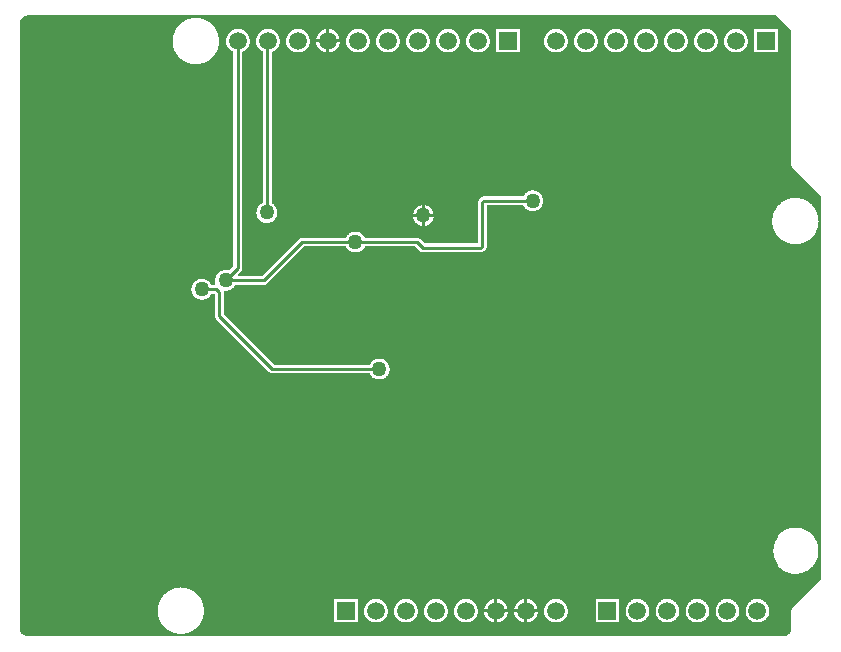
<source format=gbl>
G04*
G04 #@! TF.GenerationSoftware,Altium Limited,Altium Designer,20.2.6 (244)*
G04*
G04 Layer_Physical_Order=2*
G04 Layer_Color=16711680*
%FSLAX44Y44*%
%MOMM*%
G71*
G04*
G04 #@! TF.SameCoordinates,9515D0E1-E452-41A6-BF4E-AEEE6F90C87A*
G04*
G04*
G04 #@! TF.FilePolarity,Positive*
G04*
G01*
G75*
%ADD12C,0.2500*%
%ADD39C,1.5000*%
%ADD40R,1.5000X1.5000*%
%ADD41C,1.2700*%
G36*
X656448Y516312D02*
Y403506D01*
X656478Y403048D01*
X656567Y402598D01*
X656715Y402164D01*
X656917Y401752D01*
X657172Y401371D01*
X657475Y401026D01*
X681839Y376662D01*
Y52235D01*
X657475Y27871D01*
X657172Y27526D01*
X656917Y27145D01*
X656715Y26733D01*
X656567Y26299D01*
X656478Y25849D01*
X656448Y25391D01*
Y10235D01*
X656125Y8301D01*
X655586Y6819D01*
X654497Y5458D01*
X653136Y4369D01*
X651654Y3830D01*
X649720Y3507D01*
X10235D01*
X8301Y3830D01*
X6819Y4369D01*
X5458Y5458D01*
X4369Y6819D01*
X3830Y8301D01*
X3507Y10235D01*
Y522575D01*
X3837Y524720D01*
X4369Y526181D01*
X5386Y527453D01*
X6824Y528460D01*
X8437Y529193D01*
X10235Y529492D01*
X643268D01*
X656448Y516312D01*
D02*
G37*
%LPC*%
G36*
X152512Y527196D02*
X151954Y527193D01*
X151894Y527189D01*
X151833Y527190D01*
X151276Y527168D01*
X151216Y527161D01*
X151155Y527161D01*
X150599Y527119D01*
X150539Y527110D01*
X150478Y527108D01*
X149924Y527047D01*
X149865Y527036D01*
X149804Y527031D01*
X149253Y526951D01*
X149193Y526939D01*
X149133Y526932D01*
X148584Y526832D01*
X148525Y526818D01*
X148465Y526809D01*
X147921Y526690D01*
X147862Y526674D01*
X147802Y526663D01*
X147262Y526526D01*
X147204Y526507D01*
X147145Y526494D01*
X146610Y526338D01*
X146553Y526317D01*
X146494Y526302D01*
X145965Y526128D01*
X145908Y526106D01*
X145850Y526088D01*
X145327Y525896D01*
X145271Y525872D01*
X145213Y525852D01*
X144697Y525642D01*
X144643Y525615D01*
X144586Y525594D01*
X144078Y525366D01*
X144024Y525338D01*
X143967Y525315D01*
X143467Y525069D01*
X143414Y525039D01*
X143359Y525014D01*
X142868Y524751D01*
X142816Y524719D01*
X142762Y524692D01*
X142280Y524412D01*
X142229Y524379D01*
X142175Y524350D01*
X141703Y524053D01*
X141654Y524018D01*
X141602Y523987D01*
X141140Y523675D01*
X141092Y523638D01*
X141041Y523605D01*
X140590Y523277D01*
X140544Y523238D01*
X140493Y523204D01*
X140055Y522860D01*
X140009Y522820D01*
X139960Y522784D01*
X139534Y522425D01*
X139490Y522383D01*
X139442Y522346D01*
X139028Y521973D01*
X138986Y521929D01*
X138939Y521890D01*
X138538Y521503D01*
X138497Y521458D01*
X138452Y521417D01*
X138065Y521016D01*
X138026Y520970D01*
X137982Y520927D01*
X137609Y520513D01*
X137572Y520466D01*
X137530Y520422D01*
X137171Y519995D01*
X137135Y519946D01*
X137095Y519901D01*
X136751Y519462D01*
X136717Y519412D01*
X136678Y519365D01*
X136350Y518914D01*
X136318Y518863D01*
X136280Y518815D01*
X135968Y518354D01*
X135937Y518301D01*
X135902Y518252D01*
X135605Y517780D01*
X135577Y517726D01*
X135543Y517676D01*
X135263Y517194D01*
X135236Y517139D01*
X135204Y517088D01*
X134942Y516596D01*
X134916Y516541D01*
X134886Y516488D01*
X134641Y515988D01*
X134617Y515932D01*
X134589Y515878D01*
X134361Y515369D01*
X134340Y515312D01*
X134313Y515258D01*
X134103Y514742D01*
X134084Y514684D01*
X134059Y514628D01*
X133867Y514105D01*
X133850Y514047D01*
X133827Y513991D01*
X133653Y513461D01*
X133638Y513402D01*
X133617Y513345D01*
X133461Y512810D01*
X133448Y512751D01*
X133429Y512693D01*
X133292Y512153D01*
X133281Y512093D01*
X133265Y512035D01*
X133146Y511490D01*
X133138Y511430D01*
X133123Y511371D01*
X133024Y510822D01*
X133017Y510762D01*
X133004Y510703D01*
X132924Y510151D01*
X132919Y510091D01*
X132908Y510031D01*
X132847Y509477D01*
X132845Y509416D01*
X132836Y509356D01*
X132794Y508800D01*
X132794Y508739D01*
X132787Y508679D01*
X132765Y508122D01*
X132766Y508061D01*
X132762Y508001D01*
X132759Y507444D01*
X132762Y507383D01*
X132760Y507322D01*
X132776Y506765D01*
X132782Y506705D01*
X132782Y506644D01*
X132817Y506088D01*
X132825Y506027D01*
X132827Y505966D01*
X132882Y505412D01*
X132892Y505352D01*
X132896Y505291D01*
X132970Y504739D01*
X132982Y504679D01*
X132988Y504619D01*
X133081Y504069D01*
X133095Y504010D01*
X133103Y503950D01*
X133215Y503404D01*
X133231Y503346D01*
X133241Y503286D01*
X133372Y502744D01*
X133390Y502686D01*
X133402Y502626D01*
X133552Y502090D01*
X133572Y502032D01*
X133586Y501973D01*
X133754Y501442D01*
X133776Y501385D01*
X133793Y501326D01*
X133979Y500801D01*
X134003Y500745D01*
X134022Y500687D01*
X134226Y500169D01*
X134252Y500114D01*
X134272Y500057D01*
X134495Y499546D01*
X134522Y499492D01*
X134545Y499435D01*
X134785Y498932D01*
X134814Y498879D01*
X134839Y498823D01*
X135096Y498329D01*
X135127Y498277D01*
X135154Y498222D01*
X135428Y497737D01*
X135461Y497686D01*
X135489Y497632D01*
X135780Y497157D01*
X135815Y497107D01*
X135845Y497054D01*
X136152Y496589D01*
X136189Y496541D01*
X136220Y496489D01*
X136543Y496035D01*
X136582Y495988D01*
X136615Y495937D01*
X136954Y495494D01*
X136994Y495448D01*
X137029Y495399D01*
X137383Y494968D01*
X137424Y494924D01*
X137461Y494876D01*
X137830Y494458D01*
X137873Y494415D01*
X137912Y494368D01*
X138294Y493963D01*
X138338Y493921D01*
X138379Y493876D01*
X138775Y493484D01*
X138821Y493444D01*
X138863Y493400D01*
X139273Y493022D01*
X139320Y492984D01*
X139363Y492941D01*
X139786Y492578D01*
X139834Y492542D01*
X139879Y492501D01*
X140314Y492152D01*
X140364Y492117D01*
X140410Y492078D01*
X140857Y491744D01*
X140908Y491711D01*
X140955Y491673D01*
X141413Y491356D01*
X141465Y491325D01*
X141514Y491288D01*
X141983Y490987D01*
X142036Y490957D01*
X142086Y490923D01*
X142565Y490638D01*
X142619Y490610D01*
X142670Y490578D01*
X143159Y490309D01*
X143214Y490284D01*
X143266Y490252D01*
X143764Y490001D01*
X143820Y489977D01*
X143873Y489948D01*
X144379Y489715D01*
X144435Y489693D01*
X144490Y489665D01*
X145003Y489449D01*
X145061Y489429D01*
X145116Y489404D01*
X145637Y489206D01*
X145695Y489188D01*
X145751Y489165D01*
X146278Y488984D01*
X146337Y488969D01*
X146394Y488947D01*
X146927Y488785D01*
X146987Y488772D01*
X147044Y488752D01*
X147583Y488609D01*
X147642Y488597D01*
X147701Y488580D01*
X148244Y488455D01*
X148304Y488446D01*
X148363Y488430D01*
X148910Y488325D01*
X148970Y488317D01*
X149029Y488304D01*
X149580Y488217D01*
X149640Y488212D01*
X149700Y488200D01*
X150253Y488133D01*
X150314Y488130D01*
X150374Y488120D01*
X150929Y488072D01*
X150990Y488071D01*
X151051Y488064D01*
X151607Y488035D01*
X151668Y488036D01*
X151728Y488031D01*
X152285Y488021D01*
X152346Y488024D01*
X152407Y488021D01*
X152969Y488031D01*
X153029Y488036D01*
X153091Y488035D01*
X153652Y488064D01*
X153712Y488072D01*
X153774Y488073D01*
X154333Y488122D01*
X154393Y488131D01*
X154454Y488135D01*
X155012Y488203D01*
X155072Y488214D01*
X155133Y488220D01*
X155687Y488308D01*
X155747Y488321D01*
X155808Y488329D01*
X156359Y488436D01*
X156418Y488452D01*
X156479Y488462D01*
X157025Y488588D01*
X157084Y488606D01*
X157144Y488618D01*
X157687Y488763D01*
X157745Y488783D01*
X157804Y488797D01*
X158341Y488961D01*
X158398Y488983D01*
X158457Y488999D01*
X158988Y489181D01*
X159045Y489205D01*
X159103Y489223D01*
X159627Y489424D01*
X159683Y489450D01*
X159741Y489470D01*
X160257Y489690D01*
X160312Y489717D01*
X160369Y489739D01*
X160878Y489977D01*
X160932Y490006D01*
X160988Y490030D01*
X161488Y490285D01*
X161541Y490317D01*
X161596Y490343D01*
X162087Y490615D01*
X162139Y490648D01*
X162193Y490676D01*
X162674Y490965D01*
X162725Y491000D01*
X162778Y491030D01*
X163249Y491336D01*
X163298Y491372D01*
X163350Y491404D01*
X163810Y491726D01*
X163858Y491764D01*
X163909Y491798D01*
X164357Y492136D01*
X164404Y492176D01*
X164454Y492211D01*
X164890Y492564D01*
X164935Y492606D01*
X164984Y492643D01*
X165408Y493011D01*
X165451Y493054D01*
X165499Y493093D01*
X165909Y493476D01*
X165951Y493521D01*
X165997Y493561D01*
X166394Y493958D01*
X166434Y494004D01*
X166479Y494046D01*
X166862Y494457D01*
X166901Y494504D01*
X166944Y494548D01*
X167312Y494971D01*
X167349Y495020D01*
X167391Y495065D01*
X167744Y495501D01*
X167779Y495551D01*
X167819Y495598D01*
X168157Y496046D01*
X168191Y496097D01*
X168229Y496145D01*
X168551Y496605D01*
X168583Y496657D01*
X168619Y496706D01*
X168925Y497177D01*
X168955Y497230D01*
X168990Y497281D01*
X169279Y497762D01*
X169307Y497817D01*
X169340Y497868D01*
X169613Y498359D01*
X169639Y498414D01*
X169670Y498467D01*
X169925Y498967D01*
X169949Y499024D01*
X169979Y499077D01*
X170216Y499586D01*
X170238Y499643D01*
X170266Y499698D01*
X170485Y500214D01*
X170505Y500272D01*
X170531Y500328D01*
X170732Y500852D01*
X170750Y500910D01*
X170774Y500967D01*
X170956Y501498D01*
X170973Y501557D01*
X170994Y501614D01*
X171159Y502151D01*
X171173Y502211D01*
X171192Y502269D01*
X171338Y502811D01*
X171349Y502871D01*
X171367Y502930D01*
X171493Y503476D01*
X171503Y503537D01*
X171519Y503596D01*
X171626Y504147D01*
X171634Y504208D01*
X171647Y504268D01*
X171735Y504822D01*
X171741Y504883D01*
X171752Y504944D01*
X171820Y505501D01*
X171824Y505562D01*
X171833Y505622D01*
X171882Y506181D01*
X171884Y506243D01*
X171891Y506304D01*
X171920Y506864D01*
X171919Y506926D01*
X171924Y506987D01*
X171934Y507548D01*
X171931Y507609D01*
X171934Y507670D01*
X171924Y508227D01*
X171919Y508287D01*
X171920Y508348D01*
X171891Y508905D01*
X171884Y508965D01*
X171883Y509026D01*
X171835Y509581D01*
X171826Y509641D01*
X171822Y509702D01*
X171755Y510255D01*
X171743Y510315D01*
X171738Y510375D01*
X171651Y510926D01*
X171638Y510985D01*
X171630Y511046D01*
X171525Y511593D01*
X171509Y511652D01*
X171500Y511712D01*
X171375Y512255D01*
X171358Y512313D01*
X171346Y512373D01*
X171203Y512911D01*
X171184Y512969D01*
X171170Y513028D01*
X171008Y513561D01*
X170987Y513618D01*
X170971Y513677D01*
X170791Y514204D01*
X170767Y514260D01*
X170749Y514318D01*
X170551Y514839D01*
X170526Y514894D01*
X170506Y514952D01*
X170290Y515465D01*
X170263Y515520D01*
X170241Y515577D01*
X170007Y516082D01*
X169978Y516136D01*
X169954Y516192D01*
X169703Y516689D01*
X169672Y516741D01*
X169646Y516797D01*
X169377Y517285D01*
X169345Y517336D01*
X169317Y517390D01*
X169032Y517869D01*
X168998Y517919D01*
X168968Y517972D01*
X168667Y518441D01*
X168631Y518490D01*
X168599Y518542D01*
X168282Y519000D01*
X168244Y519048D01*
X168211Y519099D01*
X167878Y519545D01*
X167838Y519591D01*
X167803Y519641D01*
X167455Y520076D01*
X167414Y520121D01*
X167377Y520169D01*
X167014Y520592D01*
X166971Y520635D01*
X166933Y520682D01*
X166555Y521092D01*
X166511Y521134D01*
X166471Y521180D01*
X166079Y521576D01*
X166034Y521617D01*
X165993Y521661D01*
X165588Y522044D01*
X165541Y522082D01*
X165497Y522126D01*
X165079Y522494D01*
X165031Y522531D01*
X164987Y522573D01*
X164556Y522926D01*
X164507Y522961D01*
X164461Y523001D01*
X164018Y523340D01*
X163967Y523373D01*
X163920Y523412D01*
X163466Y523735D01*
X163414Y523767D01*
X163366Y523803D01*
X162901Y524110D01*
X162848Y524140D01*
X162798Y524175D01*
X162323Y524466D01*
X162269Y524494D01*
X162218Y524528D01*
X161733Y524801D01*
X161678Y524828D01*
X161626Y524859D01*
X161132Y525116D01*
X161076Y525141D01*
X161023Y525171D01*
X160520Y525410D01*
X160463Y525433D01*
X160409Y525461D01*
X159898Y525683D01*
X159841Y525703D01*
X159786Y525729D01*
X159268Y525933D01*
X159210Y525952D01*
X159154Y525976D01*
X158629Y526162D01*
X158570Y526179D01*
X158513Y526201D01*
X157982Y526369D01*
X157923Y526383D01*
X157866Y526403D01*
X157329Y526553D01*
X157269Y526565D01*
X157211Y526583D01*
X156670Y526714D01*
X156610Y526724D01*
X156551Y526740D01*
X156005Y526852D01*
X155945Y526861D01*
X155886Y526875D01*
X155336Y526967D01*
X155276Y526974D01*
X155216Y526986D01*
X154664Y527059D01*
X154603Y527063D01*
X154543Y527073D01*
X153989Y527128D01*
X153928Y527130D01*
X153868Y527138D01*
X153312Y527173D01*
X153251Y527173D01*
X153190Y527179D01*
X152633Y527195D01*
X152572Y527193D01*
X152512Y527196D01*
D02*
G37*
G36*
X265410Y517922D02*
Y509250D01*
X274082D01*
X274017Y509738D01*
X273828Y510591D01*
X273566Y511423D01*
X273232Y512230D01*
X272829Y513005D01*
X272359Y513741D01*
X271828Y514434D01*
X271238Y515078D01*
X270594Y515668D01*
X269901Y516199D01*
X269165Y516669D01*
X268390Y517072D01*
X267584Y517406D01*
X266751Y517668D01*
X265898Y517857D01*
X265410Y517922D01*
D02*
G37*
G36*
X262910D02*
X262422Y517857D01*
X261569Y517668D01*
X260737Y517406D01*
X259930Y517072D01*
X259155Y516669D01*
X258419Y516199D01*
X257726Y515668D01*
X257082Y515078D01*
X256492Y514434D01*
X255961Y513741D01*
X255492Y513005D01*
X255088Y512230D01*
X254754Y511423D01*
X254492Y510591D01*
X254303Y509738D01*
X254238Y509250D01*
X262910D01*
Y517922D01*
D02*
G37*
G36*
X274082Y506750D02*
X265410D01*
Y498078D01*
X265898Y498143D01*
X266751Y498332D01*
X267584Y498594D01*
X268390Y498928D01*
X269165Y499332D01*
X269901Y499801D01*
X270594Y500332D01*
X271238Y500922D01*
X271828Y501566D01*
X272359Y502259D01*
X272829Y502995D01*
X273232Y503770D01*
X273566Y504576D01*
X273828Y505409D01*
X274017Y506262D01*
X274082Y506750D01*
D02*
G37*
G36*
X262910D02*
X254238D01*
X254303Y506262D01*
X254492Y505409D01*
X254754Y504576D01*
X255088Y503770D01*
X255492Y502995D01*
X255961Y502259D01*
X256492Y501566D01*
X257082Y500922D01*
X257726Y500332D01*
X258419Y499801D01*
X259155Y499332D01*
X259930Y498928D01*
X260737Y498594D01*
X261569Y498332D01*
X262422Y498143D01*
X262910Y498078D01*
Y506750D01*
D02*
G37*
G36*
X645000Y518000D02*
X625000D01*
Y498000D01*
X645000D01*
Y518000D01*
D02*
G37*
G36*
X426560D02*
X406560D01*
Y498000D01*
X426560D01*
Y518000D01*
D02*
G37*
G36*
X609600Y518009D02*
X608728Y517971D01*
X607862Y517857D01*
X607009Y517668D01*
X606176Y517406D01*
X605370Y517072D01*
X604595Y516669D01*
X603859Y516199D01*
X603166Y515668D01*
X602522Y515078D01*
X601932Y514434D01*
X601401Y513741D01*
X600932Y513005D01*
X600528Y512230D01*
X600194Y511423D01*
X599932Y510591D01*
X599743Y509738D01*
X599629Y508872D01*
X599590Y508000D01*
X599629Y507128D01*
X599743Y506262D01*
X599932Y505409D01*
X600194Y504576D01*
X600528Y503770D01*
X600932Y502995D01*
X601401Y502259D01*
X601932Y501566D01*
X602522Y500922D01*
X603166Y500332D01*
X603859Y499801D01*
X604595Y499332D01*
X605370Y498928D01*
X606176Y498594D01*
X607009Y498332D01*
X607862Y498143D01*
X608728Y498029D01*
X609600Y497990D01*
X610472Y498029D01*
X611338Y498143D01*
X612191Y498332D01*
X613023Y498594D01*
X613830Y498928D01*
X614605Y499332D01*
X615341Y499801D01*
X616034Y500332D01*
X616678Y500922D01*
X617268Y501566D01*
X617799Y502259D01*
X618269Y502995D01*
X618672Y503770D01*
X619006Y504576D01*
X619268Y505409D01*
X619457Y506262D01*
X619571Y507128D01*
X619609Y508000D01*
X619571Y508872D01*
X619457Y509738D01*
X619268Y510591D01*
X619006Y511423D01*
X618672Y512230D01*
X618269Y513005D01*
X617799Y513741D01*
X617268Y514434D01*
X616678Y515078D01*
X616034Y515668D01*
X615341Y516199D01*
X614605Y516669D01*
X613830Y517072D01*
X613023Y517406D01*
X612191Y517668D01*
X611338Y517857D01*
X610472Y517971D01*
X609600Y518009D01*
D02*
G37*
G36*
X584200D02*
X583328Y517971D01*
X582462Y517857D01*
X581609Y517668D01*
X580776Y517406D01*
X579970Y517072D01*
X579195Y516669D01*
X578459Y516199D01*
X577766Y515668D01*
X577122Y515078D01*
X576532Y514434D01*
X576001Y513741D01*
X575532Y513005D01*
X575128Y512230D01*
X574794Y511423D01*
X574532Y510591D01*
X574343Y509738D01*
X574229Y508872D01*
X574190Y508000D01*
X574229Y507128D01*
X574343Y506262D01*
X574532Y505409D01*
X574794Y504576D01*
X575128Y503770D01*
X575532Y502995D01*
X576001Y502259D01*
X576532Y501566D01*
X577122Y500922D01*
X577766Y500332D01*
X578459Y499801D01*
X579195Y499332D01*
X579970Y498928D01*
X580776Y498594D01*
X581609Y498332D01*
X582462Y498143D01*
X583328Y498029D01*
X584200Y497990D01*
X585072Y498029D01*
X585938Y498143D01*
X586791Y498332D01*
X587623Y498594D01*
X588430Y498928D01*
X589205Y499332D01*
X589941Y499801D01*
X590634Y500332D01*
X591278Y500922D01*
X591868Y501566D01*
X592399Y502259D01*
X592868Y502995D01*
X593272Y503770D01*
X593606Y504576D01*
X593868Y505409D01*
X594057Y506262D01*
X594171Y507128D01*
X594210Y508000D01*
X594171Y508872D01*
X594057Y509738D01*
X593868Y510591D01*
X593606Y511423D01*
X593272Y512230D01*
X592868Y513005D01*
X592399Y513741D01*
X591868Y514434D01*
X591278Y515078D01*
X590634Y515668D01*
X589941Y516199D01*
X589205Y516669D01*
X588430Y517072D01*
X587623Y517406D01*
X586791Y517668D01*
X585938Y517857D01*
X585072Y517971D01*
X584200Y518009D01*
D02*
G37*
G36*
X558800D02*
X557928Y517971D01*
X557062Y517857D01*
X556209Y517668D01*
X555377Y517406D01*
X554570Y517072D01*
X553795Y516669D01*
X553059Y516199D01*
X552366Y515668D01*
X551722Y515078D01*
X551132Y514434D01*
X550601Y513741D01*
X550131Y513005D01*
X549728Y512230D01*
X549394Y511423D01*
X549132Y510591D01*
X548943Y509738D01*
X548829Y508872D01*
X548791Y508000D01*
X548829Y507128D01*
X548943Y506262D01*
X549132Y505409D01*
X549394Y504576D01*
X549728Y503770D01*
X550131Y502995D01*
X550601Y502259D01*
X551132Y501566D01*
X551722Y500922D01*
X552366Y500332D01*
X553059Y499801D01*
X553795Y499332D01*
X554570Y498928D01*
X555377Y498594D01*
X556209Y498332D01*
X557062Y498143D01*
X557928Y498029D01*
X558800Y497990D01*
X559672Y498029D01*
X560538Y498143D01*
X561391Y498332D01*
X562224Y498594D01*
X563030Y498928D01*
X563805Y499332D01*
X564541Y499801D01*
X565234Y500332D01*
X565878Y500922D01*
X566468Y501566D01*
X566999Y502259D01*
X567468Y502995D01*
X567872Y503770D01*
X568206Y504576D01*
X568468Y505409D01*
X568657Y506262D01*
X568771Y507128D01*
X568810Y508000D01*
X568771Y508872D01*
X568657Y509738D01*
X568468Y510591D01*
X568206Y511423D01*
X567872Y512230D01*
X567468Y513005D01*
X566999Y513741D01*
X566468Y514434D01*
X565878Y515078D01*
X565234Y515668D01*
X564541Y516199D01*
X563805Y516669D01*
X563030Y517072D01*
X562224Y517406D01*
X561391Y517668D01*
X560538Y517857D01*
X559672Y517971D01*
X558800Y518009D01*
D02*
G37*
G36*
X533400D02*
X532528Y517971D01*
X531662Y517857D01*
X530809Y517668D01*
X529977Y517406D01*
X529170Y517072D01*
X528395Y516669D01*
X527659Y516199D01*
X526966Y515668D01*
X526322Y515078D01*
X525732Y514434D01*
X525201Y513741D01*
X524731Y513005D01*
X524328Y512230D01*
X523994Y511423D01*
X523732Y510591D01*
X523543Y509738D01*
X523429Y508872D01*
X523391Y508000D01*
X523429Y507128D01*
X523543Y506262D01*
X523732Y505409D01*
X523994Y504576D01*
X524328Y503770D01*
X524731Y502995D01*
X525201Y502259D01*
X525732Y501566D01*
X526322Y500922D01*
X526966Y500332D01*
X527659Y499801D01*
X528395Y499332D01*
X529170Y498928D01*
X529977Y498594D01*
X530809Y498332D01*
X531662Y498143D01*
X532528Y498029D01*
X533400Y497990D01*
X534272Y498029D01*
X535138Y498143D01*
X535991Y498332D01*
X536824Y498594D01*
X537630Y498928D01*
X538405Y499332D01*
X539141Y499801D01*
X539834Y500332D01*
X540478Y500922D01*
X541068Y501566D01*
X541599Y502259D01*
X542068Y502995D01*
X542472Y503770D01*
X542806Y504576D01*
X543068Y505409D01*
X543257Y506262D01*
X543371Y507128D01*
X543410Y508000D01*
X543371Y508872D01*
X543257Y509738D01*
X543068Y510591D01*
X542806Y511423D01*
X542472Y512230D01*
X542068Y513005D01*
X541599Y513741D01*
X541068Y514434D01*
X540478Y515078D01*
X539834Y515668D01*
X539141Y516199D01*
X538405Y516669D01*
X537630Y517072D01*
X536824Y517406D01*
X535991Y517668D01*
X535138Y517857D01*
X534272Y517971D01*
X533400Y518009D01*
D02*
G37*
G36*
X508000D02*
X507128Y517971D01*
X506262Y517857D01*
X505409Y517668D01*
X504576Y517406D01*
X503770Y517072D01*
X502995Y516669D01*
X502259Y516199D01*
X501566Y515668D01*
X500922Y515078D01*
X500332Y514434D01*
X499801Y513741D01*
X499332Y513005D01*
X498928Y512230D01*
X498594Y511423D01*
X498332Y510591D01*
X498143Y509738D01*
X498029Y508872D01*
X497990Y508000D01*
X498029Y507128D01*
X498143Y506262D01*
X498332Y505409D01*
X498594Y504576D01*
X498928Y503770D01*
X499332Y502995D01*
X499801Y502259D01*
X500332Y501566D01*
X500922Y500922D01*
X501566Y500332D01*
X502259Y499801D01*
X502995Y499332D01*
X503770Y498928D01*
X504576Y498594D01*
X505409Y498332D01*
X506262Y498143D01*
X507128Y498029D01*
X508000Y497990D01*
X508872Y498029D01*
X509738Y498143D01*
X510591Y498332D01*
X511423Y498594D01*
X512230Y498928D01*
X513005Y499332D01*
X513741Y499801D01*
X514434Y500332D01*
X515078Y500922D01*
X515668Y501566D01*
X516199Y502259D01*
X516669Y502995D01*
X517072Y503770D01*
X517406Y504576D01*
X517668Y505409D01*
X517857Y506262D01*
X517971Y507128D01*
X518009Y508000D01*
X517971Y508872D01*
X517857Y509738D01*
X517668Y510591D01*
X517406Y511423D01*
X517072Y512230D01*
X516669Y513005D01*
X516199Y513741D01*
X515668Y514434D01*
X515078Y515078D01*
X514434Y515668D01*
X513741Y516199D01*
X513005Y516669D01*
X512230Y517072D01*
X511423Y517406D01*
X510591Y517668D01*
X509738Y517857D01*
X508872Y517971D01*
X508000Y518009D01*
D02*
G37*
G36*
X482600D02*
X481728Y517971D01*
X480862Y517857D01*
X480009Y517668D01*
X479176Y517406D01*
X478370Y517072D01*
X477595Y516669D01*
X476859Y516199D01*
X476166Y515668D01*
X475522Y515078D01*
X474932Y514434D01*
X474401Y513741D01*
X473932Y513005D01*
X473528Y512230D01*
X473194Y511423D01*
X472932Y510591D01*
X472743Y509738D01*
X472629Y508872D01*
X472590Y508000D01*
X472629Y507128D01*
X472743Y506262D01*
X472932Y505409D01*
X473194Y504576D01*
X473528Y503770D01*
X473932Y502995D01*
X474401Y502259D01*
X474932Y501566D01*
X475522Y500922D01*
X476166Y500332D01*
X476859Y499801D01*
X477595Y499332D01*
X478370Y498928D01*
X479176Y498594D01*
X480009Y498332D01*
X480862Y498143D01*
X481728Y498029D01*
X482600Y497990D01*
X483472Y498029D01*
X484338Y498143D01*
X485191Y498332D01*
X486023Y498594D01*
X486830Y498928D01*
X487605Y499332D01*
X488341Y499801D01*
X489034Y500332D01*
X489678Y500922D01*
X490268Y501566D01*
X490799Y502259D01*
X491269Y502995D01*
X491672Y503770D01*
X492006Y504576D01*
X492268Y505409D01*
X492457Y506262D01*
X492571Y507128D01*
X492609Y508000D01*
X492571Y508872D01*
X492457Y509738D01*
X492268Y510591D01*
X492006Y511423D01*
X491672Y512230D01*
X491269Y513005D01*
X490799Y513741D01*
X490268Y514434D01*
X489678Y515078D01*
X489034Y515668D01*
X488341Y516199D01*
X487605Y516669D01*
X486830Y517072D01*
X486023Y517406D01*
X485191Y517668D01*
X484338Y517857D01*
X483472Y517971D01*
X482600Y518009D01*
D02*
G37*
G36*
X457200D02*
X456328Y517971D01*
X455462Y517857D01*
X454609Y517668D01*
X453777Y517406D01*
X452970Y517072D01*
X452195Y516669D01*
X451459Y516199D01*
X450766Y515668D01*
X450122Y515078D01*
X449532Y514434D01*
X449001Y513741D01*
X448531Y513005D01*
X448128Y512230D01*
X447794Y511423D01*
X447532Y510591D01*
X447343Y509738D01*
X447229Y508872D01*
X447191Y508000D01*
X447229Y507128D01*
X447343Y506262D01*
X447532Y505409D01*
X447794Y504576D01*
X448128Y503770D01*
X448531Y502995D01*
X449001Y502259D01*
X449532Y501566D01*
X450122Y500922D01*
X450766Y500332D01*
X451459Y499801D01*
X452195Y499332D01*
X452970Y498928D01*
X453777Y498594D01*
X454609Y498332D01*
X455462Y498143D01*
X456328Y498029D01*
X457200Y497990D01*
X458072Y498029D01*
X458938Y498143D01*
X459791Y498332D01*
X460624Y498594D01*
X461430Y498928D01*
X462205Y499332D01*
X462941Y499801D01*
X463634Y500332D01*
X464278Y500922D01*
X464868Y501566D01*
X465399Y502259D01*
X465868Y502995D01*
X466272Y503770D01*
X466606Y504576D01*
X466868Y505409D01*
X467057Y506262D01*
X467171Y507128D01*
X467210Y508000D01*
X467171Y508872D01*
X467057Y509738D01*
X466868Y510591D01*
X466606Y511423D01*
X466272Y512230D01*
X465868Y513005D01*
X465399Y513741D01*
X464868Y514434D01*
X464278Y515078D01*
X463634Y515668D01*
X462941Y516199D01*
X462205Y516669D01*
X461430Y517072D01*
X460624Y517406D01*
X459791Y517668D01*
X458938Y517857D01*
X458072Y517971D01*
X457200Y518009D01*
D02*
G37*
G36*
X391160D02*
X390288Y517971D01*
X389422Y517857D01*
X388569Y517668D01*
X387737Y517406D01*
X386930Y517072D01*
X386155Y516669D01*
X385419Y516199D01*
X384726Y515668D01*
X384082Y515078D01*
X383492Y514434D01*
X382961Y513741D01*
X382491Y513005D01*
X382088Y512230D01*
X381754Y511423D01*
X381492Y510591D01*
X381303Y509738D01*
X381189Y508872D01*
X381151Y508000D01*
X381189Y507128D01*
X381303Y506262D01*
X381492Y505409D01*
X381754Y504576D01*
X382088Y503770D01*
X382491Y502995D01*
X382961Y502259D01*
X383492Y501566D01*
X384082Y500922D01*
X384726Y500332D01*
X385419Y499801D01*
X386155Y499332D01*
X386930Y498928D01*
X387737Y498594D01*
X388569Y498332D01*
X389422Y498143D01*
X390288Y498029D01*
X391160Y497990D01*
X392032Y498029D01*
X392898Y498143D01*
X393751Y498332D01*
X394584Y498594D01*
X395390Y498928D01*
X396165Y499332D01*
X396901Y499801D01*
X397594Y500332D01*
X398238Y500922D01*
X398828Y501566D01*
X399359Y502259D01*
X399828Y502995D01*
X400232Y503770D01*
X400566Y504576D01*
X400828Y505409D01*
X401017Y506262D01*
X401131Y507128D01*
X401170Y508000D01*
X401131Y508872D01*
X401017Y509738D01*
X400828Y510591D01*
X400566Y511423D01*
X400232Y512230D01*
X399828Y513005D01*
X399359Y513741D01*
X398828Y514434D01*
X398238Y515078D01*
X397594Y515668D01*
X396901Y516199D01*
X396165Y516669D01*
X395390Y517072D01*
X394584Y517406D01*
X393751Y517668D01*
X392898Y517857D01*
X392032Y517971D01*
X391160Y518009D01*
D02*
G37*
G36*
X365760D02*
X364888Y517971D01*
X364022Y517857D01*
X363169Y517668D01*
X362337Y517406D01*
X361530Y517072D01*
X360755Y516669D01*
X360019Y516199D01*
X359326Y515668D01*
X358682Y515078D01*
X358092Y514434D01*
X357561Y513741D01*
X357091Y513005D01*
X356688Y512230D01*
X356354Y511423D01*
X356092Y510591D01*
X355903Y509738D01*
X355789Y508872D01*
X355751Y508000D01*
X355789Y507128D01*
X355903Y506262D01*
X356092Y505409D01*
X356354Y504576D01*
X356688Y503770D01*
X357091Y502995D01*
X357561Y502259D01*
X358092Y501566D01*
X358682Y500922D01*
X359326Y500332D01*
X360019Y499801D01*
X360755Y499332D01*
X361530Y498928D01*
X362337Y498594D01*
X363169Y498332D01*
X364022Y498143D01*
X364888Y498029D01*
X365760Y497990D01*
X366632Y498029D01*
X367498Y498143D01*
X368351Y498332D01*
X369184Y498594D01*
X369990Y498928D01*
X370765Y499332D01*
X371501Y499801D01*
X372194Y500332D01*
X372838Y500922D01*
X373428Y501566D01*
X373959Y502259D01*
X374428Y502995D01*
X374832Y503770D01*
X375166Y504576D01*
X375428Y505409D01*
X375617Y506262D01*
X375731Y507128D01*
X375770Y508000D01*
X375731Y508872D01*
X375617Y509738D01*
X375428Y510591D01*
X375166Y511423D01*
X374832Y512230D01*
X374428Y513005D01*
X373959Y513741D01*
X373428Y514434D01*
X372838Y515078D01*
X372194Y515668D01*
X371501Y516199D01*
X370765Y516669D01*
X369990Y517072D01*
X369184Y517406D01*
X368351Y517668D01*
X367498Y517857D01*
X366632Y517971D01*
X365760Y518009D01*
D02*
G37*
G36*
X340360D02*
X339488Y517971D01*
X338622Y517857D01*
X337769Y517668D01*
X336936Y517406D01*
X336130Y517072D01*
X335355Y516669D01*
X334619Y516199D01*
X333926Y515668D01*
X333282Y515078D01*
X332692Y514434D01*
X332161Y513741D01*
X331692Y513005D01*
X331288Y512230D01*
X330954Y511423D01*
X330692Y510591D01*
X330503Y509738D01*
X330389Y508872D01*
X330350Y508000D01*
X330389Y507128D01*
X330503Y506262D01*
X330692Y505409D01*
X330954Y504576D01*
X331288Y503770D01*
X331692Y502995D01*
X332161Y502259D01*
X332692Y501566D01*
X333282Y500922D01*
X333926Y500332D01*
X334619Y499801D01*
X335355Y499332D01*
X336130Y498928D01*
X336936Y498594D01*
X337769Y498332D01*
X338622Y498143D01*
X339488Y498029D01*
X340360Y497990D01*
X341232Y498029D01*
X342098Y498143D01*
X342951Y498332D01*
X343783Y498594D01*
X344590Y498928D01*
X345365Y499332D01*
X346101Y499801D01*
X346794Y500332D01*
X347438Y500922D01*
X348028Y501566D01*
X348559Y502259D01*
X349029Y502995D01*
X349432Y503770D01*
X349766Y504576D01*
X350028Y505409D01*
X350217Y506262D01*
X350331Y507128D01*
X350369Y508000D01*
X350331Y508872D01*
X350217Y509738D01*
X350028Y510591D01*
X349766Y511423D01*
X349432Y512230D01*
X349029Y513005D01*
X348559Y513741D01*
X348028Y514434D01*
X347438Y515078D01*
X346794Y515668D01*
X346101Y516199D01*
X345365Y516669D01*
X344590Y517072D01*
X343783Y517406D01*
X342951Y517668D01*
X342098Y517857D01*
X341232Y517971D01*
X340360Y518009D01*
D02*
G37*
G36*
X314960D02*
X314088Y517971D01*
X313222Y517857D01*
X312369Y517668D01*
X311537Y517406D01*
X310730Y517072D01*
X309955Y516669D01*
X309219Y516199D01*
X308526Y515668D01*
X307882Y515078D01*
X307292Y514434D01*
X306761Y513741D01*
X306292Y513005D01*
X305888Y512230D01*
X305554Y511423D01*
X305292Y510591D01*
X305103Y509738D01*
X304989Y508872D01*
X304951Y508000D01*
X304989Y507128D01*
X305103Y506262D01*
X305292Y505409D01*
X305554Y504576D01*
X305888Y503770D01*
X306292Y502995D01*
X306761Y502259D01*
X307292Y501566D01*
X307882Y500922D01*
X308526Y500332D01*
X309219Y499801D01*
X309955Y499332D01*
X310730Y498928D01*
X311537Y498594D01*
X312369Y498332D01*
X313222Y498143D01*
X314088Y498029D01*
X314960Y497990D01*
X315832Y498029D01*
X316698Y498143D01*
X317551Y498332D01*
X318384Y498594D01*
X319190Y498928D01*
X319965Y499332D01*
X320701Y499801D01*
X321394Y500332D01*
X322038Y500922D01*
X322628Y501566D01*
X323159Y502259D01*
X323629Y502995D01*
X324032Y503770D01*
X324366Y504576D01*
X324628Y505409D01*
X324817Y506262D01*
X324931Y507128D01*
X324969Y508000D01*
X324931Y508872D01*
X324817Y509738D01*
X324628Y510591D01*
X324366Y511423D01*
X324032Y512230D01*
X323629Y513005D01*
X323159Y513741D01*
X322628Y514434D01*
X322038Y515078D01*
X321394Y515668D01*
X320701Y516199D01*
X319965Y516669D01*
X319190Y517072D01*
X318384Y517406D01*
X317551Y517668D01*
X316698Y517857D01*
X315832Y517971D01*
X314960Y518009D01*
D02*
G37*
G36*
X289560D02*
X288688Y517971D01*
X287822Y517857D01*
X286969Y517668D01*
X286136Y517406D01*
X285330Y517072D01*
X284555Y516669D01*
X283819Y516199D01*
X283126Y515668D01*
X282482Y515078D01*
X281892Y514434D01*
X281361Y513741D01*
X280891Y513005D01*
X280488Y512230D01*
X280154Y511423D01*
X279892Y510591D01*
X279703Y509738D01*
X279589Y508872D01*
X279550Y508000D01*
X279589Y507128D01*
X279703Y506262D01*
X279892Y505409D01*
X280154Y504576D01*
X280488Y503770D01*
X280891Y502995D01*
X281361Y502259D01*
X281892Y501566D01*
X282482Y500922D01*
X283126Y500332D01*
X283819Y499801D01*
X284555Y499332D01*
X285330Y498928D01*
X286136Y498594D01*
X286969Y498332D01*
X287822Y498143D01*
X288688Y498029D01*
X289560Y497990D01*
X290432Y498029D01*
X291298Y498143D01*
X292151Y498332D01*
X292983Y498594D01*
X293790Y498928D01*
X294565Y499332D01*
X295301Y499801D01*
X295994Y500332D01*
X296638Y500922D01*
X297228Y501566D01*
X297759Y502259D01*
X298228Y502995D01*
X298632Y503770D01*
X298966Y504576D01*
X299228Y505409D01*
X299417Y506262D01*
X299531Y507128D01*
X299569Y508000D01*
X299531Y508872D01*
X299417Y509738D01*
X299228Y510591D01*
X298966Y511423D01*
X298632Y512230D01*
X298228Y513005D01*
X297759Y513741D01*
X297228Y514434D01*
X296638Y515078D01*
X295994Y515668D01*
X295301Y516199D01*
X294565Y516669D01*
X293790Y517072D01*
X292983Y517406D01*
X292151Y517668D01*
X291298Y517857D01*
X290432Y517971D01*
X289560Y518009D01*
D02*
G37*
G36*
X238760D02*
X237888Y517971D01*
X237022Y517857D01*
X236169Y517668D01*
X235336Y517406D01*
X234530Y517072D01*
X233755Y516669D01*
X233019Y516199D01*
X232326Y515668D01*
X231682Y515078D01*
X231092Y514434D01*
X230561Y513741D01*
X230091Y513005D01*
X229688Y512230D01*
X229354Y511423D01*
X229092Y510591D01*
X228903Y509738D01*
X228789Y508872D01*
X228750Y508000D01*
X228789Y507128D01*
X228903Y506262D01*
X229092Y505409D01*
X229354Y504576D01*
X229688Y503770D01*
X230091Y502995D01*
X230561Y502259D01*
X231092Y501566D01*
X231682Y500922D01*
X232326Y500332D01*
X233019Y499801D01*
X233755Y499332D01*
X234530Y498928D01*
X235336Y498594D01*
X236169Y498332D01*
X237022Y498143D01*
X237888Y498029D01*
X238760Y497990D01*
X239632Y498029D01*
X240498Y498143D01*
X241351Y498332D01*
X242183Y498594D01*
X242990Y498928D01*
X243765Y499332D01*
X244501Y499801D01*
X245194Y500332D01*
X245838Y500922D01*
X246428Y501566D01*
X246959Y502259D01*
X247428Y502995D01*
X247832Y503770D01*
X248166Y504576D01*
X248428Y505409D01*
X248617Y506262D01*
X248731Y507128D01*
X248769Y508000D01*
X248731Y508872D01*
X248617Y509738D01*
X248428Y510591D01*
X248166Y511423D01*
X247832Y512230D01*
X247428Y513005D01*
X246959Y513741D01*
X246428Y514434D01*
X245838Y515078D01*
X245194Y515668D01*
X244501Y516199D01*
X243765Y516669D01*
X242990Y517072D01*
X242183Y517406D01*
X241351Y517668D01*
X240498Y517857D01*
X239632Y517971D01*
X238760Y518009D01*
D02*
G37*
G36*
X660120Y374850D02*
X659563Y374847D01*
X659503Y374843D01*
X659442Y374844D01*
X658885Y374822D01*
X658825Y374815D01*
X658764Y374815D01*
X658208Y374773D01*
X658148Y374764D01*
X658087Y374762D01*
X657533Y374701D01*
X657473Y374690D01*
X657413Y374685D01*
X656862Y374605D01*
X656802Y374592D01*
X656741Y374585D01*
X656193Y374486D01*
X656134Y374472D01*
X656074Y374463D01*
X655530Y374344D01*
X655471Y374328D01*
X655411Y374316D01*
X654871Y374180D01*
X654813Y374161D01*
X654754Y374148D01*
X654219Y373992D01*
X654162Y373971D01*
X654103Y373956D01*
X653574Y373782D01*
X653517Y373759D01*
X653459Y373742D01*
X652936Y373550D01*
X652880Y373525D01*
X652822Y373506D01*
X652307Y373296D01*
X652252Y373269D01*
X652195Y373248D01*
X651686Y373020D01*
X651632Y372991D01*
X651576Y372968D01*
X651076Y372723D01*
X651023Y372693D01*
X650968Y372668D01*
X650477Y372405D01*
X650425Y372373D01*
X650370Y372346D01*
X649888Y372066D01*
X649838Y372032D01*
X649784Y372004D01*
X649313Y371707D01*
X649263Y371672D01*
X649210Y371641D01*
X648749Y371329D01*
X648701Y371291D01*
X648650Y371259D01*
X648199Y370931D01*
X648153Y370892D01*
X648102Y370858D01*
X647663Y370514D01*
X647618Y370474D01*
X647569Y370438D01*
X647142Y370079D01*
X647099Y370037D01*
X647051Y370000D01*
X646637Y369627D01*
X646594Y369583D01*
X646548Y369544D01*
X646147Y369156D01*
X646106Y369112D01*
X646061Y369071D01*
X645674Y368670D01*
X645635Y368623D01*
X645591Y368581D01*
X645218Y368167D01*
X645181Y368119D01*
X645139Y368075D01*
X644780Y367649D01*
X644744Y367600D01*
X644704Y367555D01*
X644360Y367116D01*
X644326Y367066D01*
X644287Y367019D01*
X643959Y366568D01*
X643926Y366517D01*
X643889Y366469D01*
X643577Y366007D01*
X643546Y365955D01*
X643511Y365905D01*
X643214Y365434D01*
X643186Y365380D01*
X643152Y365330D01*
X642872Y364848D01*
X642845Y364793D01*
X642813Y364741D01*
X642551Y364250D01*
X642525Y364195D01*
X642495Y364142D01*
X642250Y363642D01*
X642226Y363585D01*
X642198Y363532D01*
X641970Y363023D01*
X641949Y362966D01*
X641922Y362911D01*
X641712Y362395D01*
X641693Y362338D01*
X641668Y362282D01*
X641476Y361759D01*
X641459Y361701D01*
X641436Y361644D01*
X641262Y361115D01*
X641246Y361056D01*
X641226Y360999D01*
X641070Y360464D01*
X641057Y360405D01*
X641038Y360347D01*
X640901Y359807D01*
X640890Y359747D01*
X640874Y359688D01*
X640755Y359144D01*
X640746Y359084D01*
X640732Y359025D01*
X640632Y358476D01*
X640626Y358416D01*
X640613Y358356D01*
X640533Y357805D01*
X640528Y357744D01*
X640517Y357685D01*
X640456Y357131D01*
X640454Y357070D01*
X640445Y357010D01*
X640403Y356454D01*
X640403Y356393D01*
X640396Y356333D01*
X640374Y355776D01*
X640375Y355715D01*
X640371Y355654D01*
X640368Y355097D01*
X640371Y355036D01*
X640369Y354976D01*
X640385Y354419D01*
X640391Y354358D01*
X640391Y354298D01*
X640426Y353741D01*
X640434Y353681D01*
X640436Y353620D01*
X640491Y353066D01*
X640501Y353006D01*
X640505Y352945D01*
X640578Y352393D01*
X640591Y352333D01*
X640597Y352273D01*
X640689Y351723D01*
X640704Y351664D01*
X640712Y351604D01*
X640824Y351058D01*
X640840Y350999D01*
X640850Y350939D01*
X640981Y350398D01*
X640999Y350340D01*
X641011Y350280D01*
X641161Y349743D01*
X641181Y349686D01*
X641195Y349627D01*
X641363Y349095D01*
X641385Y349039D01*
X641402Y348980D01*
X641588Y348455D01*
X641612Y348399D01*
X641631Y348341D01*
X641835Y347823D01*
X641861Y347768D01*
X641881Y347711D01*
X642104Y347200D01*
X642131Y347146D01*
X642154Y347089D01*
X642394Y346586D01*
X642423Y346533D01*
X642448Y346477D01*
X642705Y345983D01*
X642736Y345931D01*
X642763Y345876D01*
X643036Y345391D01*
X643070Y345340D01*
X643098Y345286D01*
X643389Y344811D01*
X643424Y344761D01*
X643454Y344708D01*
X643761Y344243D01*
X643798Y344194D01*
X643829Y344143D01*
X644152Y343689D01*
X644191Y343641D01*
X644224Y343591D01*
X644563Y343148D01*
X644603Y343102D01*
X644638Y343053D01*
X644992Y342622D01*
X645033Y342578D01*
X645070Y342530D01*
X645439Y342111D01*
X645482Y342068D01*
X645520Y342021D01*
X645903Y341616D01*
X645947Y341575D01*
X645988Y341529D01*
X646384Y341138D01*
X646430Y341098D01*
X646472Y341054D01*
X646881Y340676D01*
X646929Y340638D01*
X646972Y340595D01*
X647395Y340232D01*
X647443Y340195D01*
X647488Y340154D01*
X647923Y339806D01*
X647973Y339771D01*
X648019Y339731D01*
X648466Y339398D01*
X648516Y339365D01*
X648564Y339327D01*
X649022Y339010D01*
X649074Y338978D01*
X649123Y338942D01*
X649592Y338641D01*
X649645Y338611D01*
X649695Y338577D01*
X650174Y338292D01*
X650228Y338264D01*
X650279Y338231D01*
X650768Y337963D01*
X650823Y337937D01*
X650875Y337906D01*
X651372Y337655D01*
X651428Y337631D01*
X651482Y337602D01*
X651988Y337368D01*
X652045Y337346D01*
X652099Y337319D01*
X652612Y337103D01*
X652670Y337083D01*
X652725Y337058D01*
X653246Y336860D01*
X653304Y336842D01*
X653360Y336818D01*
X653887Y336638D01*
X653946Y336622D01*
X654003Y336601D01*
X654536Y336439D01*
X654595Y336425D01*
X654653Y336406D01*
X655191Y336263D01*
X655251Y336251D01*
X655310Y336234D01*
X655853Y336109D01*
X655913Y336100D01*
X655972Y336084D01*
X656519Y335979D01*
X656579Y335971D01*
X656638Y335958D01*
X657189Y335871D01*
X657249Y335866D01*
X657309Y335854D01*
X657862Y335787D01*
X657923Y335784D01*
X657983Y335774D01*
X658538Y335726D01*
X658599Y335725D01*
X658659Y335718D01*
X659216Y335689D01*
X659277Y335690D01*
X659337Y335685D01*
X659894Y335675D01*
X659955Y335678D01*
X660016Y335675D01*
X660578Y335685D01*
X660639Y335690D01*
X660700Y335689D01*
X661260Y335718D01*
X661321Y335726D01*
X661383Y335727D01*
X661942Y335776D01*
X662002Y335785D01*
X662064Y335788D01*
X662621Y335857D01*
X662681Y335868D01*
X662742Y335874D01*
X663296Y335962D01*
X663356Y335975D01*
X663417Y335983D01*
X663968Y336090D01*
X664027Y336106D01*
X664088Y336116D01*
X664634Y336242D01*
X664693Y336260D01*
X664753Y336272D01*
X665295Y336417D01*
X665353Y336437D01*
X665413Y336451D01*
X665950Y336615D01*
X666007Y336636D01*
X666066Y336652D01*
X666597Y336835D01*
X666654Y336859D01*
X666712Y336877D01*
X667236Y337078D01*
X667292Y337104D01*
X667350Y337124D01*
X667866Y337343D01*
X667921Y337371D01*
X667978Y337393D01*
X668487Y337631D01*
X668541Y337660D01*
X668597Y337684D01*
X669097Y337939D01*
X669150Y337970D01*
X669205Y337996D01*
X669696Y338269D01*
X669748Y338302D01*
X669802Y338330D01*
X670283Y338619D01*
X670334Y338654D01*
X670387Y338684D01*
X670858Y338989D01*
X670907Y339026D01*
X670959Y339058D01*
X671419Y339380D01*
X671467Y339418D01*
X671518Y339452D01*
X671966Y339790D01*
X672013Y339830D01*
X672063Y339865D01*
X672499Y340218D01*
X672544Y340260D01*
X672593Y340297D01*
X673017Y340665D01*
X673060Y340708D01*
X673108Y340747D01*
X673518Y341130D01*
X673560Y341175D01*
X673606Y341215D01*
X674003Y341612D01*
X674044Y341658D01*
X674088Y341700D01*
X674471Y342110D01*
X674510Y342158D01*
X674553Y342201D01*
X674921Y342625D01*
X674958Y342674D01*
X675000Y342719D01*
X675353Y343155D01*
X675388Y343205D01*
X675428Y343251D01*
X675766Y343700D01*
X675800Y343751D01*
X675838Y343799D01*
X676160Y344258D01*
X676192Y344311D01*
X676229Y344360D01*
X676534Y344831D01*
X676564Y344884D01*
X676599Y344935D01*
X676888Y345416D01*
X676916Y345470D01*
X676949Y345522D01*
X677222Y346013D01*
X677248Y346068D01*
X677279Y346121D01*
X677534Y346621D01*
X677558Y346677D01*
X677588Y346731D01*
X677825Y347240D01*
X677847Y347297D01*
X677875Y347352D01*
X678094Y347868D01*
X678114Y347926D01*
X678140Y347982D01*
X678341Y348506D01*
X678359Y348564D01*
X678383Y348621D01*
X678566Y349151D01*
X678582Y349211D01*
X678603Y349268D01*
X678767Y349805D01*
X678781Y349864D01*
X678801Y349923D01*
X678947Y350465D01*
X678958Y350525D01*
X678976Y350583D01*
X679102Y351130D01*
X679112Y351191D01*
X679128Y351250D01*
X679235Y351801D01*
X679243Y351862D01*
X679256Y351922D01*
X679344Y352476D01*
X679350Y352537D01*
X679361Y352597D01*
X679429Y353154D01*
X679433Y353215D01*
X679442Y353276D01*
X679491Y353835D01*
X679492Y353897D01*
X679500Y353957D01*
X679529Y354518D01*
X679528Y354579D01*
X679533Y354641D01*
X679543Y355202D01*
X679540Y355263D01*
X679543Y355324D01*
X679533Y355881D01*
X679528Y355941D01*
X679529Y356002D01*
X679500Y356558D01*
X679493Y356619D01*
X679492Y356680D01*
X679444Y357235D01*
X679435Y357295D01*
X679431Y357356D01*
X679364Y357909D01*
X679352Y357969D01*
X679347Y358029D01*
X679260Y358579D01*
X679247Y358639D01*
X679239Y358699D01*
X679134Y359246D01*
X679118Y359305D01*
X679109Y359365D01*
X678984Y359908D01*
X678967Y359967D01*
X678955Y360027D01*
X678812Y360565D01*
X678793Y360622D01*
X678779Y360682D01*
X678617Y361215D01*
X678596Y361272D01*
X678580Y361331D01*
X678400Y361858D01*
X678376Y361914D01*
X678358Y361972D01*
X678160Y362493D01*
X678135Y362548D01*
X678115Y362606D01*
X677899Y363119D01*
X677871Y363173D01*
X677850Y363230D01*
X677616Y363736D01*
X677587Y363789D01*
X677563Y363845D01*
X677312Y364343D01*
X677281Y364395D01*
X677255Y364450D01*
X676987Y364939D01*
X676954Y364990D01*
X676926Y365044D01*
X676641Y365523D01*
X676607Y365573D01*
X676577Y365626D01*
X676276Y366095D01*
X676239Y366144D01*
X676208Y366196D01*
X675891Y366654D01*
X675853Y366701D01*
X675820Y366752D01*
X675487Y367199D01*
X675447Y367245D01*
X675412Y367295D01*
X675064Y367730D01*
X675023Y367775D01*
X674986Y367823D01*
X674623Y368246D01*
X674580Y368289D01*
X674542Y368336D01*
X674164Y368746D01*
X674120Y368788D01*
X674080Y368834D01*
X673689Y369230D01*
X673643Y369271D01*
X673602Y369315D01*
X673196Y369698D01*
X673149Y369736D01*
X673107Y369779D01*
X672689Y370148D01*
X672640Y370185D01*
X672596Y370226D01*
X672165Y370580D01*
X672115Y370615D01*
X672070Y370655D01*
X671627Y370994D01*
X671577Y371027D01*
X671529Y371066D01*
X671075Y371389D01*
X671023Y371420D01*
X670975Y371457D01*
X670510Y371764D01*
X670457Y371794D01*
X670407Y371829D01*
X669932Y372120D01*
X669878Y372148D01*
X669827Y372181D01*
X669342Y372455D01*
X669287Y372482D01*
X669235Y372513D01*
X668741Y372770D01*
X668685Y372795D01*
X668632Y372824D01*
X668129Y373064D01*
X668073Y373087D01*
X668018Y373114D01*
X667507Y373336D01*
X667450Y373357D01*
X667395Y373383D01*
X666877Y373587D01*
X666819Y373606D01*
X666763Y373630D01*
X666238Y373816D01*
X666179Y373833D01*
X666122Y373855D01*
X665591Y374022D01*
X665532Y374037D01*
X665475Y374057D01*
X664938Y374207D01*
X664878Y374219D01*
X664820Y374237D01*
X664279Y374368D01*
X664219Y374378D01*
X664160Y374394D01*
X663614Y374506D01*
X663554Y374514D01*
X663495Y374528D01*
X662945Y374621D01*
X662885Y374627D01*
X662825Y374640D01*
X662273Y374713D01*
X662212Y374717D01*
X662152Y374727D01*
X661598Y374782D01*
X661537Y374784D01*
X661477Y374792D01*
X660920Y374827D01*
X660860Y374827D01*
X660799Y374833D01*
X660242Y374849D01*
X660182Y374846D01*
X660120Y374850D01*
D02*
G37*
G36*
X187960Y518009D02*
X187088Y517971D01*
X186222Y517857D01*
X185369Y517668D01*
X184536Y517406D01*
X183730Y517072D01*
X182955Y516669D01*
X182219Y516199D01*
X181526Y515668D01*
X180882Y515078D01*
X180292Y514434D01*
X179761Y513741D01*
X179291Y513005D01*
X178888Y512230D01*
X178554Y511423D01*
X178292Y510591D01*
X178103Y509738D01*
X177989Y508872D01*
X177950Y508000D01*
X177989Y507128D01*
X178103Y506262D01*
X178292Y505409D01*
X178554Y504576D01*
X178888Y503770D01*
X179291Y502995D01*
X179761Y502259D01*
X180292Y501566D01*
X180882Y500922D01*
X181526Y500332D01*
X182219Y499801D01*
X182955Y499332D01*
X183730Y498928D01*
X184202Y498733D01*
Y317017D01*
X180514Y313329D01*
X179793Y313557D01*
X179038Y313724D01*
X178272Y313825D01*
X177500Y313858D01*
X176728Y313825D01*
X175962Y313724D01*
X175207Y313557D01*
X174470Y313324D01*
X173756Y313029D01*
X173071Y312672D01*
X172419Y312256D01*
X171806Y311786D01*
X171236Y311264D01*
X170714Y310694D01*
X170244Y310081D01*
X169828Y309429D01*
X169471Y308744D01*
X169176Y308030D01*
X168943Y307293D01*
X168776Y306538D01*
X168675Y305772D01*
X168642Y305000D01*
X168675Y304228D01*
X168776Y303462D01*
X168943Y302707D01*
X168968Y302628D01*
X168158Y301358D01*
X165521D01*
X165172Y302029D01*
X164756Y302681D01*
X164286Y303294D01*
X163764Y303864D01*
X163194Y304386D01*
X162581Y304856D01*
X161929Y305272D01*
X161244Y305629D01*
X160530Y305924D01*
X159793Y306157D01*
X159038Y306324D01*
X158272Y306425D01*
X157500Y306458D01*
X156728Y306425D01*
X155962Y306324D01*
X155207Y306157D01*
X154470Y305924D01*
X153756Y305629D01*
X153071Y305272D01*
X152419Y304856D01*
X151806Y304386D01*
X151236Y303864D01*
X150714Y303294D01*
X150244Y302681D01*
X149828Y302029D01*
X149472Y301344D01*
X149176Y300630D01*
X148943Y299893D01*
X148776Y299138D01*
X148675Y298372D01*
X148642Y297600D01*
X148675Y296828D01*
X148776Y296062D01*
X148943Y295307D01*
X149176Y294570D01*
X149472Y293856D01*
X149828Y293171D01*
X150244Y292519D01*
X150714Y291906D01*
X151236Y291336D01*
X151806Y290814D01*
X152419Y290344D01*
X153071Y289928D01*
X153756Y289572D01*
X154470Y289276D01*
X155207Y289043D01*
X155962Y288876D01*
X156728Y288775D01*
X157500Y288742D01*
X158272Y288775D01*
X159038Y288876D01*
X159793Y289043D01*
X160530Y289276D01*
X161244Y289572D01*
X161929Y289928D01*
X162581Y290344D01*
X163194Y290814D01*
X163764Y291336D01*
X164286Y291906D01*
X164756Y292519D01*
X165172Y293171D01*
X165521Y293842D01*
X168065D01*
X168564Y293343D01*
Y274822D01*
X168596Y274331D01*
X168692Y273849D01*
X168850Y273384D01*
X169067Y272943D01*
X169340Y272534D01*
X169664Y272164D01*
X214486Y227343D01*
X214856Y227019D01*
X215265Y226745D01*
X215706Y226528D01*
X216171Y226370D01*
X216653Y226274D01*
X217144Y226242D01*
X299479D01*
X299828Y225571D01*
X300244Y224919D01*
X300714Y224306D01*
X301236Y223736D01*
X301806Y223214D01*
X302419Y222744D01*
X303071Y222328D01*
X303756Y221971D01*
X304470Y221676D01*
X305207Y221443D01*
X305962Y221276D01*
X306728Y221175D01*
X307500Y221142D01*
X308272Y221175D01*
X309038Y221276D01*
X309793Y221443D01*
X310530Y221676D01*
X311244Y221971D01*
X311929Y222328D01*
X312581Y222744D01*
X313194Y223214D01*
X313764Y223736D01*
X314286Y224306D01*
X314756Y224919D01*
X315172Y225571D01*
X315529Y226256D01*
X315824Y226970D01*
X316057Y227707D01*
X316224Y228462D01*
X316325Y229228D01*
X316358Y230000D01*
X316325Y230772D01*
X316224Y231538D01*
X316057Y232293D01*
X315824Y233030D01*
X315529Y233744D01*
X315172Y234429D01*
X314756Y235081D01*
X314286Y235694D01*
X313764Y236264D01*
X313194Y236786D01*
X312581Y237256D01*
X311929Y237672D01*
X311244Y238029D01*
X310530Y238324D01*
X309793Y238557D01*
X309038Y238724D01*
X308272Y238825D01*
X307500Y238858D01*
X306728Y238825D01*
X305962Y238724D01*
X305207Y238557D01*
X304470Y238324D01*
X303756Y238029D01*
X303071Y237672D01*
X302419Y237256D01*
X301806Y236786D01*
X301236Y236264D01*
X300714Y235694D01*
X300244Y235081D01*
X299828Y234429D01*
X299479Y233758D01*
X218700D01*
X176080Y276378D01*
Y294900D01*
X176075Y294980D01*
X176371Y295522D01*
X176600Y295766D01*
X177174Y296156D01*
X177500Y296142D01*
X178272Y296175D01*
X179038Y296276D01*
X179793Y296443D01*
X180530Y296676D01*
X181244Y296971D01*
X181929Y297328D01*
X182581Y297744D01*
X183194Y298214D01*
X183764Y298736D01*
X184286Y299306D01*
X184756Y299919D01*
X185172Y300571D01*
X185521Y301242D01*
X210000D01*
X210490Y301274D01*
X210973Y301370D01*
X211438Y301528D01*
X211879Y301745D01*
X212288Y302019D01*
X212657Y302343D01*
X244057Y333742D01*
X279479D01*
X279828Y333071D01*
X280244Y332419D01*
X280714Y331806D01*
X281236Y331236D01*
X281806Y330714D01*
X282419Y330244D01*
X283071Y329828D01*
X283756Y329472D01*
X284470Y329176D01*
X285207Y328943D01*
X285962Y328776D01*
X286728Y328675D01*
X287500Y328642D01*
X288272Y328675D01*
X289038Y328776D01*
X289793Y328943D01*
X290530Y329176D01*
X291244Y329472D01*
X291929Y329828D01*
X292581Y330244D01*
X293194Y330714D01*
X293764Y331236D01*
X294286Y331806D01*
X294756Y332419D01*
X295172Y333071D01*
X295521Y333742D01*
X337841D01*
X341740Y329843D01*
X342110Y329519D01*
X342519Y329245D01*
X342960Y329028D01*
X343425Y328870D01*
X343907Y328774D01*
X344398Y328742D01*
X393535D01*
X394026Y328774D01*
X394508Y328870D01*
X394974Y329028D01*
X395415Y329245D01*
X395823Y329519D01*
X396193Y329843D01*
X397657Y331307D01*
X397981Y331677D01*
X398255Y332085D01*
X398472Y332526D01*
X398630Y332992D01*
X398726Y333474D01*
X398758Y333965D01*
Y368742D01*
X429479D01*
X429828Y368071D01*
X430244Y367419D01*
X430714Y366806D01*
X431236Y366236D01*
X431806Y365714D01*
X432419Y365244D01*
X433071Y364828D01*
X433756Y364472D01*
X434470Y364176D01*
X435207Y363943D01*
X435962Y363776D01*
X436728Y363675D01*
X437500Y363642D01*
X438272Y363675D01*
X439038Y363776D01*
X439793Y363943D01*
X440530Y364176D01*
X441244Y364472D01*
X441929Y364828D01*
X442581Y365244D01*
X443194Y365714D01*
X443764Y366236D01*
X444286Y366806D01*
X444756Y367419D01*
X445172Y368071D01*
X445528Y368756D01*
X445824Y369470D01*
X446057Y370207D01*
X446224Y370962D01*
X446325Y371728D01*
X446358Y372500D01*
X446325Y373272D01*
X446224Y374038D01*
X446057Y374793D01*
X445824Y375530D01*
X445528Y376244D01*
X445172Y376929D01*
X444756Y377581D01*
X444286Y378194D01*
X443764Y378764D01*
X443194Y379286D01*
X442581Y379756D01*
X441929Y380172D01*
X441244Y380528D01*
X440530Y380824D01*
X439793Y381057D01*
X439038Y381224D01*
X438272Y381325D01*
X437500Y381358D01*
X436728Y381325D01*
X435962Y381224D01*
X435207Y381057D01*
X434470Y380824D01*
X433756Y380528D01*
X433071Y380172D01*
X432419Y379756D01*
X431806Y379286D01*
X431236Y378764D01*
X430714Y378194D01*
X430244Y377581D01*
X429828Y376929D01*
X429479Y376258D01*
X396465D01*
X395974Y376226D01*
X395492Y376130D01*
X395026Y375972D01*
X394585Y375755D01*
X394177Y375481D01*
X393807Y375157D01*
X392343Y373693D01*
X392019Y373323D01*
X391745Y372915D01*
X391528Y372474D01*
X391370Y372008D01*
X391274Y371526D01*
X391242Y371035D01*
Y336258D01*
X345955D01*
X342055Y340157D01*
X341685Y340481D01*
X341277Y340755D01*
X340836Y340972D01*
X340370Y341130D01*
X339888Y341226D01*
X339398Y341258D01*
X295521D01*
X295172Y341929D01*
X294756Y342581D01*
X294286Y343194D01*
X293764Y343764D01*
X293194Y344286D01*
X292581Y344756D01*
X291929Y345172D01*
X291244Y345528D01*
X290530Y345824D01*
X289793Y346057D01*
X289038Y346224D01*
X288272Y346325D01*
X287500Y346358D01*
X286728Y346325D01*
X285962Y346224D01*
X285207Y346057D01*
X284470Y345824D01*
X283756Y345528D01*
X283071Y345172D01*
X282419Y344756D01*
X281806Y344286D01*
X281236Y343764D01*
X280714Y343194D01*
X280244Y342581D01*
X279828Y341929D01*
X279479Y341258D01*
X242500D01*
X242010Y341226D01*
X241527Y341130D01*
X241062Y340972D01*
X240621Y340755D01*
X240212Y340481D01*
X239843Y340157D01*
X208443Y308758D01*
X188232D01*
X187746Y309931D01*
X190617Y312803D01*
X190942Y313172D01*
X191215Y313581D01*
X191432Y314022D01*
X191590Y314487D01*
X191686Y314970D01*
X191718Y315460D01*
Y498733D01*
X192190Y498928D01*
X192965Y499332D01*
X193701Y499801D01*
X194394Y500332D01*
X195038Y500922D01*
X195628Y501566D01*
X196159Y502259D01*
X196628Y502995D01*
X197032Y503770D01*
X197366Y504576D01*
X197628Y505409D01*
X197817Y506262D01*
X197931Y507128D01*
X197969Y508000D01*
X197931Y508872D01*
X197817Y509738D01*
X197628Y510591D01*
X197366Y511423D01*
X197032Y512230D01*
X196628Y513005D01*
X196159Y513741D01*
X195628Y514434D01*
X195038Y515078D01*
X194394Y515668D01*
X193701Y516199D01*
X192965Y516669D01*
X192190Y517072D01*
X191383Y517406D01*
X190551Y517668D01*
X189698Y517857D01*
X188832Y517971D01*
X187960Y518009D01*
D02*
G37*
G36*
X346250Y368762D02*
Y361250D01*
X353762D01*
X353724Y361538D01*
X353557Y362293D01*
X353324Y363030D01*
X353028Y363744D01*
X352672Y364429D01*
X352256Y365081D01*
X351786Y365694D01*
X351264Y366264D01*
X350694Y366786D01*
X350081Y367256D01*
X349429Y367672D01*
X348744Y368028D01*
X348030Y368324D01*
X347293Y368557D01*
X346538Y368724D01*
X346250Y368762D01*
D02*
G37*
G36*
X343750D02*
X343462Y368724D01*
X342707Y368557D01*
X341970Y368324D01*
X341256Y368028D01*
X340571Y367672D01*
X339919Y367256D01*
X339306Y366786D01*
X338736Y366264D01*
X338214Y365694D01*
X337744Y365081D01*
X337328Y364429D01*
X336972Y363744D01*
X336676Y363030D01*
X336443Y362293D01*
X336276Y361538D01*
X336238Y361250D01*
X343750D01*
Y368762D01*
D02*
G37*
G36*
X213360Y518009D02*
X212488Y517971D01*
X211622Y517857D01*
X210769Y517668D01*
X209937Y517406D01*
X209130Y517072D01*
X208355Y516669D01*
X207619Y516199D01*
X206926Y515668D01*
X206282Y515078D01*
X205692Y514434D01*
X205161Y513741D01*
X204692Y513005D01*
X204288Y512230D01*
X203954Y511423D01*
X203692Y510591D01*
X203503Y509738D01*
X203389Y508872D01*
X203351Y508000D01*
X203389Y507128D01*
X203503Y506262D01*
X203692Y505409D01*
X203954Y504576D01*
X204288Y503770D01*
X204692Y502995D01*
X205161Y502259D01*
X205692Y501566D01*
X206282Y500922D01*
X206926Y500332D01*
X207619Y499801D01*
X208355Y499332D01*
X209130Y498928D01*
X209172Y498911D01*
Y370701D01*
X208756Y370528D01*
X208071Y370172D01*
X207419Y369756D01*
X206806Y369286D01*
X206236Y368764D01*
X205714Y368194D01*
X205244Y367581D01*
X204828Y366929D01*
X204471Y366244D01*
X204176Y365530D01*
X203943Y364793D01*
X203776Y364038D01*
X203675Y363272D01*
X203642Y362500D01*
X203675Y361728D01*
X203776Y360962D01*
X203943Y360207D01*
X204176Y359470D01*
X204471Y358756D01*
X204828Y358071D01*
X205244Y357419D01*
X205714Y356806D01*
X206236Y356236D01*
X206806Y355714D01*
X207419Y355244D01*
X208071Y354828D01*
X208756Y354472D01*
X209470Y354176D01*
X210207Y353943D01*
X210962Y353776D01*
X211728Y353675D01*
X212500Y353642D01*
X213272Y353675D01*
X214038Y353776D01*
X214793Y353943D01*
X215530Y354176D01*
X216244Y354472D01*
X216929Y354828D01*
X217581Y355244D01*
X218194Y355714D01*
X218764Y356236D01*
X219286Y356806D01*
X219756Y357419D01*
X220172Y358071D01*
X220529Y358756D01*
X220824Y359470D01*
X221057Y360207D01*
X221224Y360962D01*
X221325Y361728D01*
X221358Y362500D01*
X221325Y363272D01*
X221224Y364038D01*
X221057Y364793D01*
X220824Y365530D01*
X220529Y366244D01*
X220172Y366929D01*
X219756Y367581D01*
X219286Y368194D01*
X218764Y368764D01*
X218194Y369286D01*
X217581Y369756D01*
X216929Y370172D01*
X216688Y370297D01*
Y498564D01*
X216784Y498594D01*
X217590Y498928D01*
X218365Y499332D01*
X219101Y499801D01*
X219794Y500332D01*
X220438Y500922D01*
X221028Y501566D01*
X221559Y502259D01*
X222029Y502995D01*
X222432Y503770D01*
X222766Y504576D01*
X223028Y505409D01*
X223217Y506262D01*
X223331Y507128D01*
X223370Y508000D01*
X223331Y508872D01*
X223217Y509738D01*
X223028Y510591D01*
X222766Y511423D01*
X222432Y512230D01*
X222029Y513005D01*
X221559Y513741D01*
X221028Y514434D01*
X220438Y515078D01*
X219794Y515668D01*
X219101Y516199D01*
X218365Y516669D01*
X217590Y517072D01*
X216784Y517406D01*
X215951Y517668D01*
X215098Y517857D01*
X214232Y517971D01*
X213360Y518009D01*
D02*
G37*
G36*
X353762Y358750D02*
X346250D01*
Y351238D01*
X346538Y351276D01*
X347293Y351443D01*
X348030Y351676D01*
X348744Y351972D01*
X349429Y352328D01*
X350081Y352744D01*
X350694Y353214D01*
X351264Y353736D01*
X351786Y354306D01*
X352256Y354919D01*
X352672Y355571D01*
X353028Y356256D01*
X353324Y356970D01*
X353557Y357707D01*
X353724Y358462D01*
X353762Y358750D01*
D02*
G37*
G36*
X343750D02*
X336238D01*
X336276Y358462D01*
X336443Y357707D01*
X336676Y356970D01*
X336972Y356256D01*
X337328Y355571D01*
X337744Y354919D01*
X338214Y354306D01*
X338736Y353736D01*
X339306Y353214D01*
X339919Y352744D01*
X340571Y352328D01*
X341256Y351972D01*
X341970Y351676D01*
X342707Y351443D01*
X343462Y351276D01*
X343750Y351238D01*
Y358750D01*
D02*
G37*
G36*
X660120Y95760D02*
X659563Y95757D01*
X659503Y95753D01*
X659442Y95754D01*
X658885Y95732D01*
X658825Y95725D01*
X658764Y95725D01*
X658208Y95683D01*
X658148Y95675D01*
X658087Y95672D01*
X657533Y95611D01*
X657473Y95600D01*
X657413Y95596D01*
X656862Y95515D01*
X656802Y95503D01*
X656742Y95496D01*
X656193Y95396D01*
X656134Y95382D01*
X656074Y95373D01*
X655530Y95255D01*
X655471Y95238D01*
X655411Y95227D01*
X654871Y95090D01*
X654813Y95071D01*
X654754Y95058D01*
X654219Y94902D01*
X654162Y94882D01*
X654103Y94867D01*
X653574Y94692D01*
X653517Y94670D01*
X653459Y94653D01*
X652936Y94460D01*
X652880Y94436D01*
X652822Y94416D01*
X652306Y94206D01*
X652252Y94179D01*
X652195Y94158D01*
X651686Y93930D01*
X651633Y93902D01*
X651576Y93879D01*
X651076Y93633D01*
X651023Y93603D01*
X650968Y93578D01*
X650477Y93315D01*
X650425Y93283D01*
X650370Y93256D01*
X649889Y92977D01*
X649838Y92943D01*
X649784Y92914D01*
X649312Y92618D01*
X649263Y92582D01*
X649211Y92551D01*
X648749Y92239D01*
X648701Y92202D01*
X648650Y92169D01*
X648199Y91841D01*
X648153Y91802D01*
X648102Y91768D01*
X647663Y91425D01*
X647618Y91384D01*
X647569Y91348D01*
X647142Y90990D01*
X647099Y90948D01*
X647051Y90910D01*
X646637Y90537D01*
X646317Y90208D01*
X646042Y89840D01*
X645818Y89440D01*
X645649Y89014D01*
X645536Y88569D01*
X645482Y88113D01*
X645486Y87842D01*
X645147Y87410D01*
X645123Y87373D01*
X645095Y87340D01*
X644767Y86890D01*
X644744Y86853D01*
X644717Y86819D01*
X644405Y86357D01*
X644383Y86319D01*
X644358Y86285D01*
X644062Y85813D01*
X644041Y85774D01*
X644017Y85738D01*
X643737Y85256D01*
X643718Y85217D01*
X643695Y85180D01*
X643432Y84689D01*
X643415Y84649D01*
X643392Y84612D01*
X643147Y84111D01*
X643131Y84071D01*
X643110Y84033D01*
X642882Y83524D01*
X642868Y83483D01*
X642848Y83444D01*
X642638Y82928D01*
X642625Y82887D01*
X642606Y82847D01*
X642414Y82324D01*
X642402Y82283D01*
X642385Y82242D01*
X642212Y81713D01*
X642201Y81671D01*
X642186Y81630D01*
X642030Y81095D01*
X642021Y81053D01*
X642007Y81011D01*
X641870Y80471D01*
X641863Y80428D01*
X641851Y80387D01*
X641732Y79842D01*
X641727Y79799D01*
X641715Y79757D01*
X641616Y79209D01*
X641612Y79165D01*
X641602Y79123D01*
X641522Y78572D01*
X641519Y78528D01*
X641511Y78485D01*
X641450Y77931D01*
X641449Y77888D01*
X641442Y77845D01*
X641400Y77289D01*
X641401Y77246D01*
X641395Y77203D01*
X641373Y76646D01*
X641374Y76602D01*
X641371Y76559D01*
X641368Y76002D01*
X641371Y75958D01*
X641368Y75915D01*
X641385Y75358D01*
X641389Y75315D01*
X641389Y75271D01*
X641424Y74715D01*
X641430Y74672D01*
X641431Y74629D01*
X641486Y74074D01*
X641493Y74031D01*
X641496Y73988D01*
X641570Y73436D01*
X641579Y73393D01*
X641582Y73349D01*
X641675Y72800D01*
X641686Y72758D01*
X641691Y72715D01*
X641803Y72169D01*
X641815Y72127D01*
X641822Y72084D01*
X641953Y71543D01*
X641966Y71501D01*
X641975Y71458D01*
X642124Y70922D01*
X642139Y70881D01*
X642149Y70838D01*
X642317Y70307D01*
X642333Y70267D01*
X642344Y70225D01*
X642531Y69700D01*
X642548Y69660D01*
X642561Y69618D01*
X642765Y69100D01*
X642784Y69061D01*
X642798Y69019D01*
X643020Y68509D01*
X643041Y68470D01*
X643056Y68429D01*
X643296Y67927D01*
X643318Y67889D01*
X643335Y67849D01*
X643592Y67354D01*
X643615Y67317D01*
X643633Y67278D01*
X643907Y66793D01*
X643932Y66757D01*
X643951Y66718D01*
X644242Y66242D01*
X644267Y66207D01*
X644288Y66169D01*
X644595Y65704D01*
X644622Y65670D01*
X644644Y65632D01*
X644967Y65178D01*
X644995Y65145D01*
X645019Y65108D01*
X645352Y64672D01*
X645345Y64401D01*
X645394Y63944D01*
X645501Y63499D01*
X645666Y63070D01*
X645886Y62667D01*
X646156Y62297D01*
X646472Y61964D01*
X646881Y61586D01*
X646929Y61548D01*
X646972Y61505D01*
X647395Y61142D01*
X647443Y61106D01*
X647488Y61065D01*
X647923Y60716D01*
X647973Y60681D01*
X648019Y60642D01*
X648466Y60308D01*
X648517Y60275D01*
X648564Y60238D01*
X649022Y59920D01*
X649074Y59889D01*
X649123Y59852D01*
X649592Y59551D01*
X649645Y59521D01*
X649695Y59487D01*
X650174Y59202D01*
X650228Y59174D01*
X650279Y59142D01*
X650768Y58873D01*
X650823Y58848D01*
X650875Y58817D01*
X651372Y58565D01*
X651429Y58541D01*
X651482Y58513D01*
X651988Y58279D01*
X652045Y58257D01*
X652099Y58230D01*
X652612Y58013D01*
X652670Y57993D01*
X652725Y57968D01*
X653246Y57770D01*
X653304Y57752D01*
X653360Y57729D01*
X653887Y57548D01*
X653946Y57533D01*
X654003Y57511D01*
X654536Y57350D01*
X654595Y57336D01*
X654653Y57316D01*
X655192Y57173D01*
X655251Y57161D01*
X655310Y57144D01*
X655853Y57020D01*
X655913Y57010D01*
X655972Y56994D01*
X656519Y56889D01*
X656579Y56881D01*
X656638Y56868D01*
X657189Y56781D01*
X657249Y56776D01*
X657309Y56765D01*
X657862Y56697D01*
X657923Y56694D01*
X657983Y56684D01*
X658538Y56636D01*
X658599Y56635D01*
X658659Y56628D01*
X659216Y56599D01*
X659277Y56600D01*
X659337Y56595D01*
X659894Y56585D01*
X659955Y56588D01*
X660016Y56585D01*
X660578Y56595D01*
X660639Y56600D01*
X660700Y56599D01*
X661260Y56629D01*
X661321Y56636D01*
X661383Y56637D01*
X661942Y56686D01*
X662002Y56695D01*
X662064Y56699D01*
X662621Y56767D01*
X662681Y56779D01*
X662742Y56784D01*
X663296Y56872D01*
X663356Y56886D01*
X663417Y56893D01*
X663968Y57000D01*
X664027Y57016D01*
X664088Y57026D01*
X664634Y57152D01*
X664693Y57170D01*
X664753Y57182D01*
X665295Y57327D01*
X665353Y57347D01*
X665413Y57361D01*
X665950Y57525D01*
X666007Y57547D01*
X666066Y57563D01*
X666597Y57745D01*
X666654Y57769D01*
X666712Y57787D01*
X667236Y57989D01*
X667292Y58014D01*
X667350Y58034D01*
X667866Y58254D01*
X667921Y58281D01*
X667978Y58303D01*
X668487Y58541D01*
X668541Y58570D01*
X668597Y58594D01*
X669097Y58849D01*
X669150Y58881D01*
X669205Y58907D01*
X669696Y59179D01*
X669748Y59212D01*
X669802Y59240D01*
X670283Y59529D01*
X670334Y59564D01*
X670387Y59594D01*
X670858Y59900D01*
X670907Y59936D01*
X670959Y59968D01*
X671419Y60290D01*
X671467Y60328D01*
X671518Y60362D01*
X671966Y60700D01*
X672013Y60740D01*
X672063Y60775D01*
X672499Y61129D01*
X672544Y61170D01*
X672593Y61207D01*
X673017Y61575D01*
X673060Y61619D01*
X673108Y61657D01*
X673518Y62040D01*
X673560Y62085D01*
X673606Y62125D01*
X674003Y62522D01*
X674043Y62568D01*
X674088Y62610D01*
X674471Y63021D01*
X674510Y63068D01*
X674553Y63112D01*
X674921Y63535D01*
X674958Y63584D01*
X675000Y63629D01*
X675353Y64065D01*
X675388Y64115D01*
X675428Y64162D01*
X675766Y64610D01*
X675800Y64661D01*
X675838Y64709D01*
X676160Y65169D01*
X676192Y65221D01*
X676229Y65271D01*
X676534Y65741D01*
X676564Y65795D01*
X676599Y65845D01*
X676888Y66326D01*
X676916Y66381D01*
X676949Y66432D01*
X677222Y66923D01*
X677248Y66979D01*
X677279Y67031D01*
X677534Y67531D01*
X677558Y67588D01*
X677588Y67641D01*
X677825Y68150D01*
X677847Y68207D01*
X677875Y68262D01*
X678094Y68779D01*
X678114Y68836D01*
X678140Y68892D01*
X678341Y69416D01*
X678359Y69475D01*
X678383Y69531D01*
X678566Y70062D01*
X678582Y70121D01*
X678603Y70178D01*
X678767Y70715D01*
X678782Y70775D01*
X678801Y70833D01*
X678946Y71375D01*
X678958Y71435D01*
X678976Y71494D01*
X679102Y72041D01*
X679112Y72101D01*
X679128Y72161D01*
X679235Y72712D01*
X679243Y72772D01*
X679256Y72832D01*
X679344Y73386D01*
X679350Y73447D01*
X679361Y73508D01*
X679429Y74065D01*
X679433Y74126D01*
X679442Y74187D01*
X679491Y74746D01*
X679492Y74807D01*
X679500Y74868D01*
X679529Y75428D01*
X679528Y75490D01*
X679533Y75551D01*
X679543Y76112D01*
X679540Y76173D01*
X679543Y76234D01*
X679533Y76791D01*
X679528Y76851D01*
X679529Y76912D01*
X679500Y77469D01*
X679493Y77529D01*
X679492Y77590D01*
X679444Y78145D01*
X679435Y78205D01*
X679431Y78266D01*
X679364Y78819D01*
X679352Y78879D01*
X679347Y78939D01*
X679260Y79490D01*
X679247Y79549D01*
X679239Y79610D01*
X679134Y80157D01*
X679118Y80216D01*
X679109Y80276D01*
X678984Y80819D01*
X678967Y80877D01*
X678955Y80937D01*
X678812Y81475D01*
X678793Y81533D01*
X678779Y81592D01*
X678617Y82125D01*
X678596Y82182D01*
X678580Y82241D01*
X678400Y82768D01*
X678376Y82824D01*
X678358Y82882D01*
X678160Y83403D01*
X678135Y83458D01*
X678115Y83516D01*
X677899Y84029D01*
X677871Y84084D01*
X677850Y84141D01*
X677616Y84646D01*
X677587Y84700D01*
X677563Y84756D01*
X677312Y85253D01*
X677281Y85306D01*
X677255Y85361D01*
X676987Y85849D01*
X676954Y85900D01*
X676926Y85954D01*
X676641Y86433D01*
X676607Y86483D01*
X676577Y86537D01*
X676276Y87005D01*
X676239Y87054D01*
X676208Y87106D01*
X675891Y87564D01*
X675853Y87612D01*
X675820Y87663D01*
X675487Y88109D01*
X675447Y88155D01*
X675412Y88205D01*
X675064Y88640D01*
X675023Y88685D01*
X674986Y88734D01*
X674623Y89156D01*
X674580Y89199D01*
X674542Y89247D01*
X674164Y89656D01*
X674120Y89698D01*
X674080Y89744D01*
X673689Y90140D01*
X673643Y90181D01*
X673602Y90225D01*
X673196Y90608D01*
X673150Y90647D01*
X673107Y90690D01*
X672688Y91058D01*
X672640Y91095D01*
X672596Y91137D01*
X672165Y91490D01*
X672116Y91525D01*
X672070Y91566D01*
X671627Y91904D01*
X671577Y91938D01*
X671529Y91976D01*
X671075Y92299D01*
X671023Y92331D01*
X670975Y92367D01*
X670510Y92674D01*
X670457Y92704D01*
X670407Y92739D01*
X669932Y93030D01*
X669878Y93058D01*
X669827Y93092D01*
X669342Y93366D01*
X669287Y93392D01*
X669235Y93424D01*
X668741Y93680D01*
X668685Y93705D01*
X668632Y93735D01*
X668129Y93974D01*
X668073Y93997D01*
X668018Y94025D01*
X667507Y94247D01*
X667450Y94267D01*
X667395Y94293D01*
X666877Y94498D01*
X666819Y94516D01*
X666763Y94540D01*
X666238Y94726D01*
X666179Y94743D01*
X666122Y94765D01*
X665591Y94933D01*
X665532Y94947D01*
X665475Y94967D01*
X664938Y95117D01*
X664878Y95129D01*
X664820Y95147D01*
X664279Y95278D01*
X664219Y95288D01*
X664160Y95305D01*
X663614Y95416D01*
X663554Y95425D01*
X663495Y95439D01*
X662945Y95532D01*
X662885Y95538D01*
X662825Y95550D01*
X662273Y95624D01*
X662212Y95628D01*
X662152Y95638D01*
X661598Y95692D01*
X661537Y95694D01*
X661477Y95702D01*
X660920Y95737D01*
X660860Y95737D01*
X660799Y95743D01*
X660242Y95759D01*
X660182Y95757D01*
X660120Y95760D01*
D02*
G37*
G36*
X139816Y44978D02*
X139259Y44975D01*
X139198Y44971D01*
X139137Y44972D01*
X138581Y44950D01*
X138520Y44943D01*
X138460Y44943D01*
X137904Y44901D01*
X137844Y44893D01*
X137783Y44890D01*
X137229Y44829D01*
X137169Y44818D01*
X137108Y44813D01*
X136557Y44733D01*
X136498Y44721D01*
X136437Y44714D01*
X135889Y44615D01*
X135830Y44600D01*
X135770Y44591D01*
X135225Y44473D01*
X135167Y44456D01*
X135107Y44445D01*
X134567Y44308D01*
X134509Y44289D01*
X134449Y44276D01*
X133914Y44120D01*
X133857Y44100D01*
X133798Y44084D01*
X133269Y43910D01*
X133212Y43888D01*
X133154Y43870D01*
X132631Y43678D01*
X132576Y43654D01*
X132518Y43634D01*
X132002Y43424D01*
X131947Y43397D01*
X131890Y43376D01*
X131382Y43148D01*
X131328Y43120D01*
X131272Y43097D01*
X130772Y42851D01*
X130719Y42821D01*
X130664Y42796D01*
X130172Y42533D01*
X130121Y42501D01*
X130066Y42474D01*
X129584Y42194D01*
X129533Y42161D01*
X129480Y42132D01*
X129008Y41836D01*
X128959Y41800D01*
X128906Y41769D01*
X128445Y41457D01*
X128396Y41420D01*
X128345Y41387D01*
X127895Y41059D01*
X127848Y41020D01*
X127798Y40986D01*
X127359Y40642D01*
X127314Y40602D01*
X127265Y40566D01*
X126838Y40208D01*
X126794Y40166D01*
X126746Y40128D01*
X126332Y39755D01*
X126290Y39711D01*
X126244Y39672D01*
X125843Y39285D01*
X125802Y39240D01*
X125757Y39199D01*
X125370Y38798D01*
X125330Y38752D01*
X125287Y38709D01*
X124914Y38295D01*
X124876Y38248D01*
X124834Y38204D01*
X124476Y37777D01*
X124440Y37728D01*
X124399Y37683D01*
X124056Y37244D01*
X124021Y37194D01*
X123982Y37147D01*
X123654Y36697D01*
X123622Y36645D01*
X123585Y36597D01*
X123272Y36136D01*
X123242Y36083D01*
X123206Y36034D01*
X122910Y35562D01*
X122881Y35508D01*
X122847Y35458D01*
X122568Y34976D01*
X122541Y34921D01*
X122508Y34869D01*
X122246Y34378D01*
X122221Y34323D01*
X122191Y34270D01*
X121945Y33770D01*
X121922Y33714D01*
X121894Y33660D01*
X121665Y33152D01*
X121644Y33094D01*
X121618Y33040D01*
X121407Y32524D01*
X121388Y32466D01*
X121363Y32410D01*
X121171Y31888D01*
X121154Y31829D01*
X121131Y31773D01*
X120957Y31243D01*
X120942Y31184D01*
X120921Y31127D01*
X120766Y30592D01*
X120753Y30533D01*
X120734Y30475D01*
X120597Y29935D01*
X120586Y29875D01*
X120569Y29817D01*
X120451Y29272D01*
X120442Y29212D01*
X120427Y29153D01*
X120328Y28605D01*
X120321Y28544D01*
X120308Y28485D01*
X120228Y27933D01*
X120224Y27873D01*
X120213Y27813D01*
X120152Y27259D01*
X120149Y27198D01*
X120141Y27138D01*
X120099Y26582D01*
X120098Y26521D01*
X120092Y26461D01*
X120069Y25904D01*
X120071Y25843D01*
X120066Y25783D01*
X120063Y25226D01*
X120067Y25165D01*
X120065Y25104D01*
X120081Y24547D01*
X120086Y24487D01*
X120086Y24426D01*
X120122Y23870D01*
X120130Y23809D01*
X120132Y23749D01*
X120186Y23194D01*
X120196Y23134D01*
X120200Y23073D01*
X120274Y22521D01*
X120286Y22461D01*
X120292Y22401D01*
X120385Y21852D01*
X120399Y21792D01*
X120407Y21732D01*
X120519Y21186D01*
X120535Y21127D01*
X120546Y21068D01*
X120676Y20526D01*
X120695Y20468D01*
X120707Y20408D01*
X120856Y19872D01*
X120876Y19814D01*
X120891Y19755D01*
X121059Y19224D01*
X121081Y19167D01*
X121097Y19109D01*
X121284Y18583D01*
X121308Y18528D01*
X121326Y18470D01*
X121530Y17951D01*
X121556Y17896D01*
X121577Y17839D01*
X121799Y17328D01*
X121827Y17274D01*
X121849Y17217D01*
X122089Y16714D01*
X122119Y16661D01*
X122143Y16606D01*
X122400Y16111D01*
X122432Y16059D01*
X122458Y16004D01*
X122732Y15519D01*
X122766Y15468D01*
X122794Y15414D01*
X123084Y14939D01*
X123119Y14889D01*
X123149Y14836D01*
X123456Y14371D01*
X123493Y14323D01*
X123525Y14271D01*
X123848Y13817D01*
X123886Y13770D01*
X123920Y13719D01*
X124258Y13276D01*
X124298Y13231D01*
X124334Y13181D01*
X124687Y12750D01*
X124729Y12706D01*
X124766Y12658D01*
X125134Y12240D01*
X125177Y12197D01*
X125216Y12150D01*
X125598Y11745D01*
X125643Y11703D01*
X125683Y11658D01*
X126080Y11266D01*
X126126Y11226D01*
X126167Y11182D01*
X126577Y10804D01*
X126624Y10766D01*
X126668Y10724D01*
X127090Y10360D01*
X127139Y10324D01*
X127184Y10282D01*
X127619Y9934D01*
X127668Y9899D01*
X127715Y9860D01*
X128161Y9527D01*
X128212Y9493D01*
X128260Y9456D01*
X128718Y9138D01*
X128770Y9107D01*
X128819Y9071D01*
X129287Y8769D01*
X129340Y8740D01*
X129391Y8705D01*
X129869Y8420D01*
X129924Y8392D01*
X129975Y8360D01*
X130463Y8091D01*
X130518Y8066D01*
X130571Y8035D01*
X131068Y7783D01*
X131124Y7760D01*
X131177Y7731D01*
X131683Y7497D01*
X131740Y7475D01*
X131794Y7448D01*
X132308Y7231D01*
X132365Y7211D01*
X132421Y7186D01*
X132941Y6988D01*
X132999Y6970D01*
X133056Y6947D01*
X133583Y6766D01*
X133642Y6751D01*
X133699Y6729D01*
X134232Y6567D01*
X134291Y6554D01*
X134349Y6534D01*
X134887Y6391D01*
X134947Y6379D01*
X135005Y6362D01*
X135548Y6237D01*
X135608Y6228D01*
X135667Y6212D01*
X136214Y6107D01*
X136275Y6099D01*
X136334Y6086D01*
X136884Y5999D01*
X136945Y5994D01*
X137005Y5982D01*
X137558Y5915D01*
X137619Y5912D01*
X137679Y5903D01*
X138234Y5854D01*
X138294Y5853D01*
X138355Y5846D01*
X138911Y5817D01*
X138972Y5818D01*
X139033Y5813D01*
X139590Y5803D01*
X139651Y5806D01*
X139712Y5803D01*
X140273Y5813D01*
X140334Y5818D01*
X140395Y5817D01*
X140956Y5846D01*
X141017Y5854D01*
X141078Y5855D01*
X141637Y5904D01*
X141698Y5913D01*
X141759Y5917D01*
X142316Y5985D01*
X142376Y5997D01*
X142437Y6002D01*
X142992Y6090D01*
X143052Y6104D01*
X143112Y6111D01*
X143663Y6218D01*
X143722Y6234D01*
X143783Y6244D01*
X144330Y6370D01*
X144389Y6388D01*
X144449Y6400D01*
X144991Y6545D01*
X145049Y6565D01*
X145109Y6579D01*
X145646Y6743D01*
X145703Y6765D01*
X145762Y6781D01*
X146293Y6963D01*
X146349Y6987D01*
X146408Y7005D01*
X146932Y7207D01*
X146987Y7232D01*
X147045Y7252D01*
X147562Y7472D01*
X147617Y7499D01*
X147674Y7521D01*
X148182Y7759D01*
X148236Y7788D01*
X148292Y7812D01*
X148792Y8067D01*
X148845Y8098D01*
X148901Y8125D01*
X149392Y8397D01*
X149443Y8430D01*
X149498Y8458D01*
X149979Y8747D01*
X150029Y8782D01*
X150083Y8812D01*
X150553Y9118D01*
X150603Y9154D01*
X150655Y9186D01*
X151115Y9508D01*
X151162Y9546D01*
X151214Y9580D01*
X151662Y9918D01*
X151708Y9958D01*
X151758Y9993D01*
X152195Y10346D01*
X152240Y10388D01*
X152288Y10425D01*
X152712Y10793D01*
X152755Y10836D01*
X152803Y10875D01*
X153214Y11258D01*
X153256Y11303D01*
X153302Y11343D01*
X153699Y11740D01*
X153739Y11786D01*
X153784Y11828D01*
X154166Y12239D01*
X154205Y12286D01*
X154248Y12330D01*
X154617Y12753D01*
X154654Y12802D01*
X154695Y12847D01*
X155049Y13283D01*
X155084Y13333D01*
X155124Y13380D01*
X155462Y13828D01*
X155495Y13879D01*
X155534Y13927D01*
X155856Y14387D01*
X155887Y14439D01*
X155924Y14488D01*
X156230Y14959D01*
X156260Y15013D01*
X156295Y15063D01*
X156584Y15544D01*
X156612Y15598D01*
X156645Y15650D01*
X156917Y16141D01*
X156943Y16197D01*
X156975Y16249D01*
X157229Y16749D01*
X157254Y16805D01*
X157283Y16859D01*
X157520Y17368D01*
X157542Y17425D01*
X157570Y17480D01*
X157789Y17997D01*
X157810Y18054D01*
X157835Y18110D01*
X158036Y18634D01*
X158055Y18693D01*
X158078Y18749D01*
X158261Y19280D01*
X158277Y19339D01*
X158299Y19396D01*
X158463Y19933D01*
X158477Y19993D01*
X158497Y20051D01*
X158642Y20593D01*
X158654Y20653D01*
X158672Y20712D01*
X158798Y21259D01*
X158808Y21319D01*
X158823Y21378D01*
X158930Y21929D01*
X158938Y21990D01*
X158952Y22050D01*
X159039Y22604D01*
X159045Y22665D01*
X159057Y22726D01*
X159125Y23283D01*
X159128Y23344D01*
X159138Y23404D01*
X159187Y23964D01*
X159188Y24025D01*
X159195Y24086D01*
X159225Y24646D01*
X159224Y24708D01*
X159229Y24769D01*
X159239Y25330D01*
X159236Y25391D01*
X159239Y25452D01*
X159229Y26009D01*
X159224Y26070D01*
X159225Y26130D01*
X159196Y26687D01*
X159189Y26747D01*
X159187Y26808D01*
X159139Y27363D01*
X159130Y27423D01*
X159127Y27484D01*
X159059Y28037D01*
X159048Y28097D01*
X159042Y28157D01*
X158956Y28708D01*
X158942Y28767D01*
X158935Y28828D01*
X158829Y29375D01*
X158814Y29434D01*
X158804Y29494D01*
X158680Y30037D01*
X158662Y30095D01*
X158651Y30155D01*
X158507Y30693D01*
X158488Y30751D01*
X158474Y30810D01*
X158313Y31343D01*
X158291Y31400D01*
X158275Y31459D01*
X158095Y31986D01*
X158072Y32042D01*
X158054Y32100D01*
X157856Y32621D01*
X157830Y32676D01*
X157810Y32734D01*
X157594Y33247D01*
X157567Y33302D01*
X157545Y33359D01*
X157311Y33864D01*
X157282Y33918D01*
X157258Y33974D01*
X157007Y34471D01*
X156976Y34523D01*
X156951Y34578D01*
X156682Y35067D01*
X156649Y35118D01*
X156622Y35172D01*
X156337Y35651D01*
X156302Y35701D01*
X156273Y35754D01*
X155971Y36223D01*
X155935Y36272D01*
X155904Y36324D01*
X155586Y36782D01*
X155548Y36830D01*
X155515Y36881D01*
X155182Y37327D01*
X155143Y37373D01*
X155108Y37423D01*
X154759Y37858D01*
X154718Y37903D01*
X154682Y37952D01*
X154318Y38374D01*
X154276Y38417D01*
X154237Y38465D01*
X153860Y38874D01*
X153816Y38916D01*
X153776Y38962D01*
X153384Y39358D01*
X153339Y39399D01*
X153297Y39443D01*
X152892Y39826D01*
X152845Y39864D01*
X152802Y39908D01*
X152384Y40276D01*
X152336Y40313D01*
X152291Y40355D01*
X151861Y40708D01*
X151811Y40744D01*
X151765Y40784D01*
X151323Y41122D01*
X151272Y41155D01*
X151225Y41194D01*
X150771Y41517D01*
X150719Y41549D01*
X150670Y41585D01*
X150205Y41892D01*
X150153Y41922D01*
X150103Y41957D01*
X149627Y42248D01*
X149574Y42276D01*
X149523Y42309D01*
X149038Y42583D01*
X148983Y42610D01*
X148931Y42641D01*
X148436Y42898D01*
X148380Y42923D01*
X148327Y42953D01*
X147824Y43192D01*
X147768Y43215D01*
X147714Y43243D01*
X147203Y43465D01*
X147146Y43485D01*
X147091Y43511D01*
X146572Y43716D01*
X146514Y43734D01*
X146458Y43758D01*
X145933Y43944D01*
X145875Y43961D01*
X145818Y43983D01*
X145287Y44151D01*
X145227Y44165D01*
X145170Y44185D01*
X144634Y44335D01*
X144574Y44347D01*
X144516Y44365D01*
X143974Y44496D01*
X143914Y44506D01*
X143856Y44522D01*
X143310Y44634D01*
X143249Y44643D01*
X143190Y44657D01*
X142641Y44749D01*
X142580Y44756D01*
X142521Y44768D01*
X141968Y44841D01*
X141908Y44846D01*
X141848Y44855D01*
X141293Y44910D01*
X141232Y44912D01*
X141172Y44920D01*
X140616Y44955D01*
X140555Y44955D01*
X140494Y44961D01*
X139938Y44977D01*
X139877Y44975D01*
X139816Y44978D01*
D02*
G37*
G36*
X433050Y35322D02*
Y26650D01*
X441722D01*
X441657Y27138D01*
X441468Y27991D01*
X441206Y28823D01*
X440872Y29630D01*
X440468Y30405D01*
X439999Y31141D01*
X439468Y31834D01*
X438878Y32478D01*
X438234Y33068D01*
X437541Y33599D01*
X436805Y34069D01*
X436030Y34472D01*
X435224Y34806D01*
X434391Y35068D01*
X433538Y35257D01*
X433050Y35322D01*
D02*
G37*
G36*
X430550D02*
X430062Y35257D01*
X429209Y35068D01*
X428377Y34806D01*
X427570Y34472D01*
X426795Y34069D01*
X426059Y33599D01*
X425366Y33068D01*
X424722Y32478D01*
X424132Y31834D01*
X423601Y31141D01*
X423131Y30405D01*
X422728Y29630D01*
X422394Y28823D01*
X422132Y27991D01*
X421943Y27138D01*
X421878Y26650D01*
X430550D01*
Y35322D01*
D02*
G37*
G36*
X407650D02*
Y26650D01*
X416322D01*
X416257Y27138D01*
X416068Y27991D01*
X415806Y28823D01*
X415472Y29630D01*
X415069Y30405D01*
X414599Y31141D01*
X414068Y31834D01*
X413478Y32478D01*
X412834Y33068D01*
X412141Y33599D01*
X411405Y34069D01*
X410630Y34472D01*
X409823Y34806D01*
X408991Y35068D01*
X408138Y35257D01*
X407650Y35322D01*
D02*
G37*
G36*
X405150D02*
X404662Y35257D01*
X403809Y35068D01*
X402976Y34806D01*
X402170Y34472D01*
X401395Y34069D01*
X400659Y33599D01*
X399966Y33068D01*
X399322Y32478D01*
X398732Y31834D01*
X398201Y31141D01*
X397732Y30405D01*
X397328Y29630D01*
X396994Y28823D01*
X396732Y27991D01*
X396543Y27138D01*
X396478Y26650D01*
X405150D01*
Y35322D01*
D02*
G37*
G36*
X441722Y24150D02*
X433050D01*
Y15478D01*
X433538Y15543D01*
X434391Y15732D01*
X435224Y15994D01*
X436030Y16328D01*
X436805Y16731D01*
X437541Y17201D01*
X438234Y17732D01*
X438878Y18322D01*
X439468Y18966D01*
X439999Y19659D01*
X440468Y20395D01*
X440872Y21170D01*
X441206Y21976D01*
X441468Y22809D01*
X441657Y23662D01*
X441722Y24150D01*
D02*
G37*
G36*
X430550D02*
X421878D01*
X421943Y23662D01*
X422132Y22809D01*
X422394Y21976D01*
X422728Y21170D01*
X423131Y20395D01*
X423601Y19659D01*
X424132Y18966D01*
X424722Y18322D01*
X425366Y17732D01*
X426059Y17201D01*
X426795Y16731D01*
X427570Y16328D01*
X428377Y15994D01*
X429209Y15732D01*
X430062Y15543D01*
X430550Y15478D01*
Y24150D01*
D02*
G37*
G36*
X416322D02*
X407650D01*
Y15478D01*
X408138Y15543D01*
X408991Y15732D01*
X409823Y15994D01*
X410630Y16328D01*
X411405Y16731D01*
X412141Y17201D01*
X412834Y17732D01*
X413478Y18322D01*
X414068Y18966D01*
X414599Y19659D01*
X415069Y20395D01*
X415472Y21170D01*
X415806Y21976D01*
X416068Y22809D01*
X416257Y23662D01*
X416322Y24150D01*
D02*
G37*
G36*
X405150D02*
X396478D01*
X396543Y23662D01*
X396732Y22809D01*
X396994Y21976D01*
X397328Y21170D01*
X397732Y20395D01*
X398201Y19659D01*
X398732Y18966D01*
X399322Y18322D01*
X399966Y17732D01*
X400659Y17201D01*
X401395Y16731D01*
X402170Y16328D01*
X402976Y15994D01*
X403809Y15732D01*
X404662Y15543D01*
X405150Y15478D01*
Y24150D01*
D02*
G37*
G36*
X510800Y35400D02*
X490800D01*
Y15400D01*
X510800D01*
Y35400D01*
D02*
G37*
G36*
X289400D02*
X269400D01*
Y15400D01*
X289400D01*
Y35400D01*
D02*
G37*
G36*
X627800Y35410D02*
X626928Y35371D01*
X626062Y35257D01*
X625209Y35068D01*
X624376Y34806D01*
X623570Y34472D01*
X622795Y34069D01*
X622059Y33599D01*
X621366Y33068D01*
X620722Y32478D01*
X620132Y31834D01*
X619601Y31141D01*
X619132Y30405D01*
X618728Y29630D01*
X618394Y28823D01*
X618132Y27991D01*
X617943Y27138D01*
X617829Y26272D01*
X617790Y25400D01*
X617829Y24528D01*
X617943Y23662D01*
X618132Y22809D01*
X618394Y21976D01*
X618728Y21170D01*
X619132Y20395D01*
X619601Y19659D01*
X620132Y18966D01*
X620722Y18322D01*
X621366Y17732D01*
X622059Y17201D01*
X622795Y16731D01*
X623570Y16328D01*
X624376Y15994D01*
X625209Y15732D01*
X626062Y15543D01*
X626928Y15429D01*
X627800Y15390D01*
X628672Y15429D01*
X629538Y15543D01*
X630391Y15732D01*
X631223Y15994D01*
X632030Y16328D01*
X632805Y16731D01*
X633541Y17201D01*
X634234Y17732D01*
X634878Y18322D01*
X635468Y18966D01*
X635999Y19659D01*
X636469Y20395D01*
X636872Y21170D01*
X637206Y21976D01*
X637468Y22809D01*
X637657Y23662D01*
X637771Y24528D01*
X637809Y25400D01*
X637771Y26272D01*
X637657Y27138D01*
X637468Y27991D01*
X637206Y28823D01*
X636872Y29630D01*
X636469Y30405D01*
X635999Y31141D01*
X635468Y31834D01*
X634878Y32478D01*
X634234Y33068D01*
X633541Y33599D01*
X632805Y34069D01*
X632030Y34472D01*
X631223Y34806D01*
X630391Y35068D01*
X629538Y35257D01*
X628672Y35371D01*
X627800Y35410D01*
D02*
G37*
G36*
X602400D02*
X601528Y35371D01*
X600662Y35257D01*
X599809Y35068D01*
X598977Y34806D01*
X598170Y34472D01*
X597395Y34069D01*
X596659Y33599D01*
X595966Y33068D01*
X595322Y32478D01*
X594732Y31834D01*
X594201Y31141D01*
X593731Y30405D01*
X593328Y29630D01*
X592994Y28823D01*
X592732Y27991D01*
X592543Y27138D01*
X592429Y26272D01*
X592391Y25400D01*
X592429Y24528D01*
X592543Y23662D01*
X592732Y22809D01*
X592994Y21976D01*
X593328Y21170D01*
X593731Y20395D01*
X594201Y19659D01*
X594732Y18966D01*
X595322Y18322D01*
X595966Y17732D01*
X596659Y17201D01*
X597395Y16731D01*
X598170Y16328D01*
X598977Y15994D01*
X599809Y15732D01*
X600662Y15543D01*
X601528Y15429D01*
X602400Y15390D01*
X603272Y15429D01*
X604138Y15543D01*
X604991Y15732D01*
X605824Y15994D01*
X606630Y16328D01*
X607405Y16731D01*
X608141Y17201D01*
X608834Y17732D01*
X609478Y18322D01*
X610068Y18966D01*
X610599Y19659D01*
X611068Y20395D01*
X611472Y21170D01*
X611806Y21976D01*
X612068Y22809D01*
X612257Y23662D01*
X612371Y24528D01*
X612410Y25400D01*
X612371Y26272D01*
X612257Y27138D01*
X612068Y27991D01*
X611806Y28823D01*
X611472Y29630D01*
X611068Y30405D01*
X610599Y31141D01*
X610068Y31834D01*
X609478Y32478D01*
X608834Y33068D01*
X608141Y33599D01*
X607405Y34069D01*
X606630Y34472D01*
X605824Y34806D01*
X604991Y35068D01*
X604138Y35257D01*
X603272Y35371D01*
X602400Y35410D01*
D02*
G37*
G36*
X577000D02*
X576128Y35371D01*
X575262Y35257D01*
X574409Y35068D01*
X573577Y34806D01*
X572770Y34472D01*
X571995Y34069D01*
X571259Y33599D01*
X570566Y33068D01*
X569922Y32478D01*
X569332Y31834D01*
X568801Y31141D01*
X568331Y30405D01*
X567928Y29630D01*
X567594Y28823D01*
X567332Y27991D01*
X567143Y27138D01*
X567029Y26272D01*
X566991Y25400D01*
X567029Y24528D01*
X567143Y23662D01*
X567332Y22809D01*
X567594Y21976D01*
X567928Y21170D01*
X568331Y20395D01*
X568801Y19659D01*
X569332Y18966D01*
X569922Y18322D01*
X570566Y17732D01*
X571259Y17201D01*
X571995Y16731D01*
X572770Y16328D01*
X573577Y15994D01*
X574409Y15732D01*
X575262Y15543D01*
X576128Y15429D01*
X577000Y15390D01*
X577872Y15429D01*
X578738Y15543D01*
X579591Y15732D01*
X580424Y15994D01*
X581230Y16328D01*
X582005Y16731D01*
X582741Y17201D01*
X583434Y17732D01*
X584078Y18322D01*
X584668Y18966D01*
X585199Y19659D01*
X585668Y20395D01*
X586072Y21170D01*
X586406Y21976D01*
X586668Y22809D01*
X586857Y23662D01*
X586971Y24528D01*
X587010Y25400D01*
X586971Y26272D01*
X586857Y27138D01*
X586668Y27991D01*
X586406Y28823D01*
X586072Y29630D01*
X585668Y30405D01*
X585199Y31141D01*
X584668Y31834D01*
X584078Y32478D01*
X583434Y33068D01*
X582741Y33599D01*
X582005Y34069D01*
X581230Y34472D01*
X580424Y34806D01*
X579591Y35068D01*
X578738Y35257D01*
X577872Y35371D01*
X577000Y35410D01*
D02*
G37*
G36*
X551600D02*
X550728Y35371D01*
X549862Y35257D01*
X549009Y35068D01*
X548176Y34806D01*
X547370Y34472D01*
X546595Y34069D01*
X545859Y33599D01*
X545166Y33068D01*
X544522Y32478D01*
X543932Y31834D01*
X543401Y31141D01*
X542932Y30405D01*
X542528Y29630D01*
X542194Y28823D01*
X541932Y27991D01*
X541743Y27138D01*
X541629Y26272D01*
X541590Y25400D01*
X541629Y24528D01*
X541743Y23662D01*
X541932Y22809D01*
X542194Y21976D01*
X542528Y21170D01*
X542932Y20395D01*
X543401Y19659D01*
X543932Y18966D01*
X544522Y18322D01*
X545166Y17732D01*
X545859Y17201D01*
X546595Y16731D01*
X547370Y16328D01*
X548176Y15994D01*
X549009Y15732D01*
X549862Y15543D01*
X550728Y15429D01*
X551600Y15390D01*
X552472Y15429D01*
X553338Y15543D01*
X554191Y15732D01*
X555023Y15994D01*
X555830Y16328D01*
X556605Y16731D01*
X557341Y17201D01*
X558034Y17732D01*
X558678Y18322D01*
X559268Y18966D01*
X559799Y19659D01*
X560269Y20395D01*
X560672Y21170D01*
X561006Y21976D01*
X561268Y22809D01*
X561457Y23662D01*
X561571Y24528D01*
X561609Y25400D01*
X561571Y26272D01*
X561457Y27138D01*
X561268Y27991D01*
X561006Y28823D01*
X560672Y29630D01*
X560269Y30405D01*
X559799Y31141D01*
X559268Y31834D01*
X558678Y32478D01*
X558034Y33068D01*
X557341Y33599D01*
X556605Y34069D01*
X555830Y34472D01*
X555023Y34806D01*
X554191Y35068D01*
X553338Y35257D01*
X552472Y35371D01*
X551600Y35410D01*
D02*
G37*
G36*
X526200D02*
X525328Y35371D01*
X524462Y35257D01*
X523609Y35068D01*
X522776Y34806D01*
X521970Y34472D01*
X521195Y34069D01*
X520459Y33599D01*
X519766Y33068D01*
X519122Y32478D01*
X518532Y31834D01*
X518001Y31141D01*
X517532Y30405D01*
X517128Y29630D01*
X516794Y28823D01*
X516532Y27991D01*
X516343Y27138D01*
X516229Y26272D01*
X516190Y25400D01*
X516229Y24528D01*
X516343Y23662D01*
X516532Y22809D01*
X516794Y21976D01*
X517128Y21170D01*
X517532Y20395D01*
X518001Y19659D01*
X518532Y18966D01*
X519122Y18322D01*
X519766Y17732D01*
X520459Y17201D01*
X521195Y16731D01*
X521970Y16328D01*
X522776Y15994D01*
X523609Y15732D01*
X524462Y15543D01*
X525328Y15429D01*
X526200Y15390D01*
X527072Y15429D01*
X527938Y15543D01*
X528791Y15732D01*
X529623Y15994D01*
X530430Y16328D01*
X531205Y16731D01*
X531941Y17201D01*
X532634Y17732D01*
X533278Y18322D01*
X533868Y18966D01*
X534399Y19659D01*
X534869Y20395D01*
X535272Y21170D01*
X535606Y21976D01*
X535868Y22809D01*
X536057Y23662D01*
X536171Y24528D01*
X536209Y25400D01*
X536171Y26272D01*
X536057Y27138D01*
X535868Y27991D01*
X535606Y28823D01*
X535272Y29630D01*
X534869Y30405D01*
X534399Y31141D01*
X533868Y31834D01*
X533278Y32478D01*
X532634Y33068D01*
X531941Y33599D01*
X531205Y34069D01*
X530430Y34472D01*
X529623Y34806D01*
X528791Y35068D01*
X527938Y35257D01*
X527072Y35371D01*
X526200Y35410D01*
D02*
G37*
G36*
X457200D02*
X456328Y35371D01*
X455462Y35257D01*
X454609Y35068D01*
X453777Y34806D01*
X452970Y34472D01*
X452195Y34069D01*
X451459Y33599D01*
X450766Y33068D01*
X450122Y32478D01*
X449532Y31834D01*
X449001Y31141D01*
X448531Y30405D01*
X448128Y29630D01*
X447794Y28823D01*
X447532Y27991D01*
X447343Y27138D01*
X447229Y26272D01*
X447191Y25400D01*
X447229Y24528D01*
X447343Y23662D01*
X447532Y22809D01*
X447794Y21976D01*
X448128Y21170D01*
X448531Y20395D01*
X449001Y19659D01*
X449532Y18966D01*
X450122Y18322D01*
X450766Y17732D01*
X451459Y17201D01*
X452195Y16731D01*
X452970Y16328D01*
X453777Y15994D01*
X454609Y15732D01*
X455462Y15543D01*
X456328Y15429D01*
X457200Y15390D01*
X458072Y15429D01*
X458938Y15543D01*
X459791Y15732D01*
X460624Y15994D01*
X461430Y16328D01*
X462205Y16731D01*
X462941Y17201D01*
X463634Y17732D01*
X464278Y18322D01*
X464868Y18966D01*
X465399Y19659D01*
X465868Y20395D01*
X466272Y21170D01*
X466606Y21976D01*
X466868Y22809D01*
X467057Y23662D01*
X467171Y24528D01*
X467210Y25400D01*
X467171Y26272D01*
X467057Y27138D01*
X466868Y27991D01*
X466606Y28823D01*
X466272Y29630D01*
X465868Y30405D01*
X465399Y31141D01*
X464868Y31834D01*
X464278Y32478D01*
X463634Y33068D01*
X462941Y33599D01*
X462205Y34069D01*
X461430Y34472D01*
X460624Y34806D01*
X459791Y35068D01*
X458938Y35257D01*
X458072Y35371D01*
X457200Y35410D01*
D02*
G37*
G36*
X381000D02*
X380128Y35371D01*
X379262Y35257D01*
X378409Y35068D01*
X377576Y34806D01*
X376770Y34472D01*
X375995Y34069D01*
X375259Y33599D01*
X374566Y33068D01*
X373922Y32478D01*
X373332Y31834D01*
X372801Y31141D01*
X372332Y30405D01*
X371928Y29630D01*
X371594Y28823D01*
X371332Y27991D01*
X371143Y27138D01*
X371029Y26272D01*
X370990Y25400D01*
X371029Y24528D01*
X371143Y23662D01*
X371332Y22809D01*
X371594Y21976D01*
X371928Y21170D01*
X372332Y20395D01*
X372801Y19659D01*
X373332Y18966D01*
X373922Y18322D01*
X374566Y17732D01*
X375259Y17201D01*
X375995Y16731D01*
X376770Y16328D01*
X377576Y15994D01*
X378409Y15732D01*
X379262Y15543D01*
X380128Y15429D01*
X381000Y15390D01*
X381872Y15429D01*
X382738Y15543D01*
X383591Y15732D01*
X384423Y15994D01*
X385230Y16328D01*
X386005Y16731D01*
X386741Y17201D01*
X387434Y17732D01*
X388078Y18322D01*
X388668Y18966D01*
X389199Y19659D01*
X389669Y20395D01*
X390072Y21170D01*
X390406Y21976D01*
X390668Y22809D01*
X390857Y23662D01*
X390971Y24528D01*
X391009Y25400D01*
X390971Y26272D01*
X390857Y27138D01*
X390668Y27991D01*
X390406Y28823D01*
X390072Y29630D01*
X389669Y30405D01*
X389199Y31141D01*
X388668Y31834D01*
X388078Y32478D01*
X387434Y33068D01*
X386741Y33599D01*
X386005Y34069D01*
X385230Y34472D01*
X384423Y34806D01*
X383591Y35068D01*
X382738Y35257D01*
X381872Y35371D01*
X381000Y35410D01*
D02*
G37*
G36*
X355600D02*
X354728Y35371D01*
X353862Y35257D01*
X353009Y35068D01*
X352177Y34806D01*
X351370Y34472D01*
X350595Y34069D01*
X349859Y33599D01*
X349166Y33068D01*
X348522Y32478D01*
X347932Y31834D01*
X347401Y31141D01*
X346931Y30405D01*
X346528Y29630D01*
X346194Y28823D01*
X345932Y27991D01*
X345743Y27138D01*
X345629Y26272D01*
X345591Y25400D01*
X345629Y24528D01*
X345743Y23662D01*
X345932Y22809D01*
X346194Y21976D01*
X346528Y21170D01*
X346931Y20395D01*
X347401Y19659D01*
X347932Y18966D01*
X348522Y18322D01*
X349166Y17732D01*
X349859Y17201D01*
X350595Y16731D01*
X351370Y16328D01*
X352177Y15994D01*
X353009Y15732D01*
X353862Y15543D01*
X354728Y15429D01*
X355600Y15390D01*
X356472Y15429D01*
X357338Y15543D01*
X358191Y15732D01*
X359024Y15994D01*
X359830Y16328D01*
X360605Y16731D01*
X361341Y17201D01*
X362034Y17732D01*
X362678Y18322D01*
X363268Y18966D01*
X363799Y19659D01*
X364268Y20395D01*
X364672Y21170D01*
X365006Y21976D01*
X365268Y22809D01*
X365457Y23662D01*
X365571Y24528D01*
X365610Y25400D01*
X365571Y26272D01*
X365457Y27138D01*
X365268Y27991D01*
X365006Y28823D01*
X364672Y29630D01*
X364268Y30405D01*
X363799Y31141D01*
X363268Y31834D01*
X362678Y32478D01*
X362034Y33068D01*
X361341Y33599D01*
X360605Y34069D01*
X359830Y34472D01*
X359024Y34806D01*
X358191Y35068D01*
X357338Y35257D01*
X356472Y35371D01*
X355600Y35410D01*
D02*
G37*
G36*
X330200D02*
X329328Y35371D01*
X328462Y35257D01*
X327609Y35068D01*
X326777Y34806D01*
X325970Y34472D01*
X325195Y34069D01*
X324459Y33599D01*
X323766Y33068D01*
X323122Y32478D01*
X322532Y31834D01*
X322001Y31141D01*
X321531Y30405D01*
X321128Y29630D01*
X320794Y28823D01*
X320532Y27991D01*
X320343Y27138D01*
X320229Y26272D01*
X320191Y25400D01*
X320229Y24528D01*
X320343Y23662D01*
X320532Y22809D01*
X320794Y21976D01*
X321128Y21170D01*
X321531Y20395D01*
X322001Y19659D01*
X322532Y18966D01*
X323122Y18322D01*
X323766Y17732D01*
X324459Y17201D01*
X325195Y16731D01*
X325970Y16328D01*
X326777Y15994D01*
X327609Y15732D01*
X328462Y15543D01*
X329328Y15429D01*
X330200Y15390D01*
X331072Y15429D01*
X331938Y15543D01*
X332791Y15732D01*
X333624Y15994D01*
X334430Y16328D01*
X335205Y16731D01*
X335941Y17201D01*
X336634Y17732D01*
X337278Y18322D01*
X337868Y18966D01*
X338399Y19659D01*
X338868Y20395D01*
X339272Y21170D01*
X339606Y21976D01*
X339868Y22809D01*
X340057Y23662D01*
X340171Y24528D01*
X340210Y25400D01*
X340171Y26272D01*
X340057Y27138D01*
X339868Y27991D01*
X339606Y28823D01*
X339272Y29630D01*
X338868Y30405D01*
X338399Y31141D01*
X337868Y31834D01*
X337278Y32478D01*
X336634Y33068D01*
X335941Y33599D01*
X335205Y34069D01*
X334430Y34472D01*
X333624Y34806D01*
X332791Y35068D01*
X331938Y35257D01*
X331072Y35371D01*
X330200Y35410D01*
D02*
G37*
G36*
X304800D02*
X303928Y35371D01*
X303062Y35257D01*
X302209Y35068D01*
X301376Y34806D01*
X300570Y34472D01*
X299795Y34069D01*
X299059Y33599D01*
X298366Y33068D01*
X297722Y32478D01*
X297132Y31834D01*
X296601Y31141D01*
X296131Y30405D01*
X295728Y29630D01*
X295394Y28823D01*
X295132Y27991D01*
X294943Y27138D01*
X294829Y26272D01*
X294790Y25400D01*
X294829Y24528D01*
X294943Y23662D01*
X295132Y22809D01*
X295394Y21976D01*
X295728Y21170D01*
X296131Y20395D01*
X296601Y19659D01*
X297132Y18966D01*
X297722Y18322D01*
X298366Y17732D01*
X299059Y17201D01*
X299795Y16731D01*
X300570Y16328D01*
X301376Y15994D01*
X302209Y15732D01*
X303062Y15543D01*
X303928Y15429D01*
X304800Y15390D01*
X305672Y15429D01*
X306538Y15543D01*
X307391Y15732D01*
X308223Y15994D01*
X309030Y16328D01*
X309805Y16731D01*
X310541Y17201D01*
X311234Y17732D01*
X311878Y18322D01*
X312468Y18966D01*
X312999Y19659D01*
X313468Y20395D01*
X313872Y21170D01*
X314206Y21976D01*
X314468Y22809D01*
X314657Y23662D01*
X314771Y24528D01*
X314809Y25400D01*
X314771Y26272D01*
X314657Y27138D01*
X314468Y27991D01*
X314206Y28823D01*
X313872Y29630D01*
X313468Y30405D01*
X312999Y31141D01*
X312468Y31834D01*
X311878Y32478D01*
X311234Y33068D01*
X310541Y33599D01*
X309805Y34069D01*
X309030Y34472D01*
X308223Y34806D01*
X307391Y35068D01*
X306538Y35257D01*
X305672Y35371D01*
X304800Y35410D01*
D02*
G37*
%LPD*%
D12*
X396465Y372500D02*
X437500D01*
X217144Y230000D02*
X307500D01*
X172322Y274822D02*
X217144Y230000D01*
X172322Y274822D02*
Y294900D01*
X169622Y297600D02*
X172322Y294900D01*
X157500Y297600D02*
X169622D01*
X187960Y315460D02*
Y508000D01*
X177500Y305000D02*
X187960Y315460D01*
X187500Y507540D02*
X187960Y508000D01*
X177500Y305000D02*
X210000D01*
X242500Y337500D01*
X395000Y333965D02*
Y371035D01*
X287500Y337500D02*
X339398D01*
X344398Y332500D01*
X393535D01*
X395000Y333965D01*
Y371035D02*
X396465Y372500D01*
X242500Y337500D02*
X287500D01*
X212930Y507570D02*
X213360Y508000D01*
X212930Y362930D02*
Y507570D01*
X212500Y362500D02*
X212930Y362930D01*
D39*
X365760Y508000D02*
D03*
X187960D02*
D03*
X213360D02*
D03*
X238760D02*
D03*
X264160D02*
D03*
X289560D02*
D03*
X314960D02*
D03*
X340360D02*
D03*
X391160D02*
D03*
X457200D02*
D03*
X482600D02*
D03*
X508000D02*
D03*
X533400D02*
D03*
X558800D02*
D03*
X584200D02*
D03*
X609600D02*
D03*
X627800Y25400D02*
D03*
X602400D02*
D03*
X577000D02*
D03*
X551600D02*
D03*
X526200D02*
D03*
X457200D02*
D03*
X431800D02*
D03*
X406400D02*
D03*
X381000D02*
D03*
X355600D02*
D03*
X330200D02*
D03*
X304800D02*
D03*
D40*
X416560Y508000D02*
D03*
X635000D02*
D03*
X500800Y25400D02*
D03*
X279400D02*
D03*
D41*
X177500Y305000D02*
D03*
X157500Y297600D02*
D03*
X345000Y360000D02*
D03*
X437500Y372500D02*
D03*
X307500Y230000D02*
D03*
X287500Y337500D02*
D03*
X212500Y362500D02*
D03*
M02*

</source>
